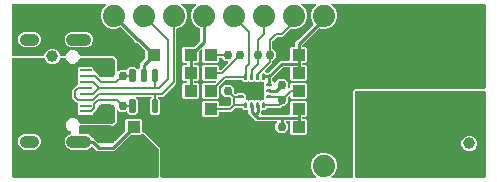
<source format=gbr>
G04 EAGLE Gerber RS-274X export*
G75*
%MOMM*%
%FSLAX34Y34*%
%LPD*%
%INGTL*%
%IPPOS*%
%AMOC8*
5,1,8,0,0,1.08239X$1,22.5*%
G01*
%ADD10C,0.198000*%
%ADD11R,1.450000X1.450000*%
%ADD12C,2.250000*%
%ADD13R,1.000000X0.280000*%
%ADD14R,1.000000X0.560000*%
%ADD15C,1.000000*%
%ADD16R,1.100000X1.000000*%
%ADD17C,0.363000*%
%ADD18C,1.879600*%
%ADD19C,1.000000*%
%ADD20C,0.756400*%
%ADD21C,0.254000*%
%ADD22C,0.152400*%

G36*
X267138Y-73521D02*
X267138Y-73521D01*
X267210Y-73519D01*
X267259Y-73501D01*
X267310Y-73493D01*
X267373Y-73459D01*
X267441Y-73434D01*
X267481Y-73402D01*
X267528Y-73377D01*
X267577Y-73325D01*
X267633Y-73281D01*
X267661Y-73237D01*
X267697Y-73199D01*
X267727Y-73134D01*
X267766Y-73074D01*
X267779Y-73023D01*
X267801Y-72976D01*
X267808Y-72905D01*
X267826Y-72835D01*
X267822Y-72783D01*
X267828Y-72732D01*
X267812Y-72661D01*
X267807Y-72590D01*
X267786Y-72542D01*
X267775Y-72491D01*
X267739Y-72430D01*
X267710Y-72364D01*
X267666Y-72308D01*
X267649Y-72280D01*
X267631Y-72265D01*
X267606Y-72233D01*
X265060Y-69687D01*
X263397Y-65673D01*
X263397Y-61327D01*
X265060Y-57313D01*
X268133Y-54240D01*
X272147Y-52577D01*
X276493Y-52577D01*
X280507Y-54240D01*
X283580Y-57313D01*
X285243Y-61327D01*
X285243Y-65673D01*
X283580Y-69687D01*
X281034Y-72233D01*
X280992Y-72291D01*
X280943Y-72343D01*
X280921Y-72390D01*
X280891Y-72432D01*
X280870Y-72501D01*
X280839Y-72566D01*
X280834Y-72618D01*
X280818Y-72668D01*
X280820Y-72739D01*
X280812Y-72810D01*
X280823Y-72861D01*
X280825Y-72913D01*
X280849Y-72981D01*
X280865Y-73051D01*
X280891Y-73096D01*
X280909Y-73144D01*
X280954Y-73200D01*
X280991Y-73262D01*
X281030Y-73296D01*
X281063Y-73336D01*
X281123Y-73375D01*
X281178Y-73422D01*
X281226Y-73441D01*
X281270Y-73469D01*
X281339Y-73487D01*
X281406Y-73514D01*
X281477Y-73522D01*
X281508Y-73530D01*
X281532Y-73528D01*
X281573Y-73532D01*
X298704Y-73532D01*
X298724Y-73529D01*
X298743Y-73531D01*
X298845Y-73509D01*
X298947Y-73493D01*
X298964Y-73483D01*
X298984Y-73479D01*
X299073Y-73426D01*
X299164Y-73377D01*
X299178Y-73363D01*
X299195Y-73353D01*
X299262Y-73274D01*
X299334Y-73199D01*
X299342Y-73181D01*
X299355Y-73166D01*
X299394Y-73070D01*
X299437Y-72976D01*
X299439Y-72956D01*
X299447Y-72938D01*
X299465Y-72771D01*
X299465Y-112D01*
X301102Y1525D01*
X410591Y1525D01*
X410611Y1528D01*
X410630Y1526D01*
X410732Y1548D01*
X410834Y1564D01*
X410851Y1574D01*
X410871Y1578D01*
X410960Y1631D01*
X411051Y1680D01*
X411065Y1694D01*
X411082Y1704D01*
X411149Y1783D01*
X411221Y1858D01*
X411229Y1876D01*
X411242Y1891D01*
X411281Y1987D01*
X411324Y2081D01*
X411326Y2101D01*
X411334Y2119D01*
X411352Y2286D01*
X411352Y72771D01*
X411349Y72791D01*
X411351Y72810D01*
X411329Y72912D01*
X411313Y73014D01*
X411303Y73031D01*
X411299Y73051D01*
X411246Y73140D01*
X411197Y73231D01*
X411183Y73245D01*
X411173Y73262D01*
X411094Y73329D01*
X411019Y73401D01*
X411001Y73409D01*
X410986Y73422D01*
X410890Y73461D01*
X410796Y73504D01*
X410776Y73506D01*
X410758Y73514D01*
X410591Y73532D01*
X281573Y73532D01*
X281502Y73521D01*
X281430Y73519D01*
X281381Y73501D01*
X281330Y73493D01*
X281267Y73459D01*
X281199Y73434D01*
X281159Y73402D01*
X281112Y73377D01*
X281063Y73325D01*
X281007Y73281D01*
X280979Y73237D01*
X280943Y73199D01*
X280913Y73134D01*
X280874Y73074D01*
X280861Y73023D01*
X280839Y72976D01*
X280832Y72905D01*
X280814Y72835D01*
X280818Y72783D01*
X280812Y72732D01*
X280828Y72661D01*
X280833Y72590D01*
X280854Y72542D01*
X280865Y72491D01*
X280901Y72430D01*
X280930Y72364D01*
X280974Y72308D01*
X280991Y72280D01*
X281009Y72265D01*
X281034Y72233D01*
X283580Y69687D01*
X285243Y65673D01*
X285243Y61327D01*
X283580Y57313D01*
X280507Y54240D01*
X276493Y52577D01*
X272147Y52577D01*
X271021Y53044D01*
X270907Y53071D01*
X270794Y53099D01*
X270787Y53099D01*
X270781Y53100D01*
X270665Y53089D01*
X270549Y53080D01*
X270543Y53078D01*
X270536Y53077D01*
X270429Y53029D01*
X270322Y52984D01*
X270316Y52979D01*
X270312Y52977D01*
X270298Y52964D01*
X270191Y52879D01*
X256138Y38825D01*
X256085Y38751D01*
X256025Y38682D01*
X256013Y38652D01*
X255994Y38626D01*
X255967Y38539D01*
X255933Y38454D01*
X255929Y38413D01*
X255922Y38391D01*
X255923Y38358D01*
X255915Y38287D01*
X255915Y37766D01*
X255918Y37746D01*
X255916Y37727D01*
X255938Y37625D01*
X255954Y37523D01*
X255964Y37506D01*
X255968Y37486D01*
X256021Y37397D01*
X256070Y37306D01*
X256084Y37292D01*
X256094Y37275D01*
X256173Y37208D01*
X256248Y37136D01*
X256266Y37128D01*
X256281Y37115D01*
X256377Y37076D01*
X256471Y37033D01*
X256491Y37031D01*
X256509Y37023D01*
X256676Y37005D01*
X259252Y37005D01*
X260145Y36112D01*
X260145Y24848D01*
X259252Y23955D01*
X256676Y23955D01*
X256656Y23952D01*
X256637Y23954D01*
X256535Y23932D01*
X256433Y23916D01*
X256416Y23906D01*
X256396Y23902D01*
X256307Y23849D01*
X256216Y23800D01*
X256202Y23786D01*
X256185Y23776D01*
X256118Y23697D01*
X256046Y23622D01*
X256038Y23604D01*
X256025Y23589D01*
X255986Y23493D01*
X255943Y23399D01*
X255941Y23379D01*
X255933Y23361D01*
X255915Y23194D01*
X255915Y22526D01*
X255918Y22506D01*
X255916Y22487D01*
X255938Y22385D01*
X255954Y22283D01*
X255964Y22266D01*
X255968Y22246D01*
X256021Y22157D01*
X256070Y22066D01*
X256084Y22052D01*
X256094Y22035D01*
X256173Y21968D01*
X256248Y21896D01*
X256266Y21888D01*
X256281Y21875D01*
X256377Y21836D01*
X256471Y21793D01*
X256491Y21791D01*
X256509Y21783D01*
X256676Y21765D01*
X259252Y21765D01*
X260145Y20872D01*
X260145Y9608D01*
X259252Y8715D01*
X246988Y8715D01*
X246095Y9608D01*
X246095Y19304D01*
X246092Y19324D01*
X246094Y19343D01*
X246072Y19445D01*
X246056Y19547D01*
X246046Y19564D01*
X246042Y19584D01*
X245989Y19673D01*
X245940Y19764D01*
X245926Y19778D01*
X245916Y19795D01*
X245837Y19862D01*
X245762Y19934D01*
X245744Y19942D01*
X245729Y19955D01*
X245633Y19994D01*
X245539Y20037D01*
X245519Y20039D01*
X245501Y20047D01*
X245334Y20065D01*
X240233Y20065D01*
X240143Y20051D01*
X240052Y20043D01*
X240022Y20031D01*
X239990Y20026D01*
X239910Y19983D01*
X239826Y19947D01*
X239794Y19921D01*
X239773Y19910D01*
X239751Y19887D01*
X239695Y19842D01*
X231068Y11215D01*
X231015Y11141D01*
X230955Y11072D01*
X230943Y11042D01*
X230924Y11016D01*
X230897Y10929D01*
X230863Y10844D01*
X230859Y10803D01*
X230852Y10781D01*
X230853Y10748D01*
X230845Y10677D01*
X230845Y8497D01*
X230859Y8407D01*
X230867Y8316D01*
X230879Y8286D01*
X230884Y8254D01*
X230927Y8173D01*
X230963Y8090D01*
X230989Y8057D01*
X231000Y8037D01*
X231023Y8015D01*
X231068Y7959D01*
X232154Y6873D01*
X232212Y6831D01*
X232264Y6781D01*
X232311Y6759D01*
X232353Y6729D01*
X232422Y6708D01*
X232487Y6678D01*
X232539Y6672D01*
X232589Y6657D01*
X232660Y6659D01*
X232731Y6651D01*
X232782Y6662D01*
X232834Y6663D01*
X232902Y6688D01*
X232972Y6703D01*
X233016Y6730D01*
X233065Y6748D01*
X233121Y6792D01*
X233183Y6829D01*
X233217Y6869D01*
X233257Y6901D01*
X233296Y6962D01*
X233343Y7016D01*
X233362Y7064D01*
X233390Y7108D01*
X233408Y7178D01*
X233435Y7244D01*
X233437Y7262D01*
X236562Y10387D01*
X240958Y10387D01*
X244067Y7278D01*
X244067Y2758D01*
X244078Y2688D01*
X244080Y2616D01*
X244098Y2567D01*
X244106Y2516D01*
X244140Y2452D01*
X244165Y2385D01*
X244197Y2344D01*
X244222Y2298D01*
X244273Y2249D01*
X244318Y2193D01*
X244362Y2165D01*
X244400Y2129D01*
X244465Y2099D01*
X244525Y2060D01*
X244576Y2047D01*
X244623Y2025D01*
X244694Y2017D01*
X244764Y2000D01*
X244816Y2004D01*
X244867Y1998D01*
X244938Y2013D01*
X245009Y2019D01*
X245057Y2039D01*
X245108Y2050D01*
X245169Y2087D01*
X245235Y2115D01*
X245291Y2160D01*
X245319Y2177D01*
X245334Y2194D01*
X245366Y2220D01*
X245451Y2305D01*
X245475Y2310D01*
X245577Y2326D01*
X245594Y2336D01*
X245614Y2340D01*
X245703Y2393D01*
X245794Y2442D01*
X245808Y2456D01*
X245825Y2466D01*
X245892Y2545D01*
X245964Y2620D01*
X245972Y2638D01*
X245985Y2653D01*
X246024Y2749D01*
X246067Y2843D01*
X246069Y2863D01*
X246077Y2881D01*
X246095Y3048D01*
X246095Y5632D01*
X246988Y6525D01*
X259252Y6525D01*
X260145Y5632D01*
X260145Y-5632D01*
X259252Y-6525D01*
X246988Y-6525D01*
X246095Y-5632D01*
X246095Y-5356D01*
X246084Y-5286D01*
X246082Y-5214D01*
X246064Y-5165D01*
X246056Y-5114D01*
X246022Y-5050D01*
X245997Y-4983D01*
X245965Y-4942D01*
X245940Y-4896D01*
X245889Y-4847D01*
X245844Y-4791D01*
X245800Y-4763D01*
X245762Y-4727D01*
X245697Y-4697D01*
X245637Y-4658D01*
X245586Y-4645D01*
X245539Y-4623D01*
X245468Y-4615D01*
X245398Y-4598D01*
X245346Y-4602D01*
X245295Y-4596D01*
X245224Y-4611D01*
X245153Y-4617D01*
X245105Y-4637D01*
X245054Y-4648D01*
X244993Y-4685D01*
X244927Y-4713D01*
X244871Y-4758D01*
X244843Y-4775D01*
X244828Y-4792D01*
X244796Y-4818D01*
X244290Y-5324D01*
X244237Y-5398D01*
X244177Y-5468D01*
X244165Y-5498D01*
X244146Y-5524D01*
X244119Y-5611D01*
X244085Y-5696D01*
X244081Y-5737D01*
X244074Y-5759D01*
X244075Y-5791D01*
X244067Y-5862D01*
X244067Y-9818D01*
X240958Y-12927D01*
X239542Y-12927D01*
X239452Y-12941D01*
X239361Y-12949D01*
X239332Y-12961D01*
X239300Y-12966D01*
X239219Y-13009D01*
X239135Y-13045D01*
X239103Y-13071D01*
X239082Y-13082D01*
X239060Y-13105D01*
X239004Y-13150D01*
X237717Y-14437D01*
X227186Y-14437D01*
X227166Y-14440D01*
X227147Y-14438D01*
X227045Y-14460D01*
X226943Y-14476D01*
X226926Y-14486D01*
X226906Y-14490D01*
X226817Y-14543D01*
X226726Y-14592D01*
X226712Y-14606D01*
X226695Y-14616D01*
X226628Y-14695D01*
X226556Y-14770D01*
X226548Y-14788D01*
X226535Y-14803D01*
X226496Y-14899D01*
X226453Y-14993D01*
X226451Y-15013D01*
X226443Y-15031D01*
X226437Y-15090D01*
X224952Y-16575D01*
X221956Y-16575D01*
X221936Y-16578D01*
X221917Y-16576D01*
X221815Y-16598D01*
X221713Y-16614D01*
X221696Y-16624D01*
X221676Y-16628D01*
X221587Y-16681D01*
X221496Y-16730D01*
X221482Y-16744D01*
X221465Y-16754D01*
X221398Y-16833D01*
X221326Y-16908D01*
X221318Y-16926D01*
X221305Y-16941D01*
X221266Y-17037D01*
X221223Y-17131D01*
X221221Y-17151D01*
X221213Y-17169D01*
X221195Y-17336D01*
X221195Y-19187D01*
X221191Y-19199D01*
X221193Y-19272D01*
X221185Y-19343D01*
X221196Y-19394D01*
X221197Y-19445D01*
X221222Y-19513D01*
X221237Y-19584D01*
X221263Y-19628D01*
X221281Y-19677D01*
X221326Y-19733D01*
X221363Y-19795D01*
X221402Y-19828D01*
X221434Y-19869D01*
X221495Y-19908D01*
X221550Y-19955D01*
X221598Y-19974D01*
X221641Y-20002D01*
X221711Y-20020D01*
X221778Y-20047D01*
X221849Y-20055D01*
X221880Y-20062D01*
X221903Y-20061D01*
X221945Y-20065D01*
X245334Y-20065D01*
X245354Y-20062D01*
X245373Y-20064D01*
X245475Y-20042D01*
X245577Y-20026D01*
X245594Y-20016D01*
X245614Y-20012D01*
X245703Y-19959D01*
X245794Y-19910D01*
X245808Y-19896D01*
X245825Y-19886D01*
X245892Y-19807D01*
X245964Y-19732D01*
X245972Y-19714D01*
X245985Y-19699D01*
X246024Y-19603D01*
X246067Y-19509D01*
X246069Y-19489D01*
X246077Y-19471D01*
X246095Y-19304D01*
X246095Y-9608D01*
X246988Y-8715D01*
X259252Y-8715D01*
X260145Y-9608D01*
X260145Y-20872D01*
X259252Y-21765D01*
X256676Y-21765D01*
X256656Y-21768D01*
X256637Y-21766D01*
X256535Y-21788D01*
X256433Y-21804D01*
X256416Y-21814D01*
X256396Y-21818D01*
X256307Y-21871D01*
X256216Y-21920D01*
X256202Y-21934D01*
X256185Y-21944D01*
X256118Y-22023D01*
X256046Y-22098D01*
X256038Y-22116D01*
X256025Y-22131D01*
X255986Y-22227D01*
X255943Y-22321D01*
X255941Y-22341D01*
X255933Y-22359D01*
X255915Y-22526D01*
X255915Y-23194D01*
X255918Y-23214D01*
X255916Y-23233D01*
X255938Y-23335D01*
X255954Y-23437D01*
X255964Y-23454D01*
X255968Y-23474D01*
X256021Y-23563D01*
X256070Y-23654D01*
X256084Y-23668D01*
X256094Y-23685D01*
X256173Y-23752D01*
X256248Y-23824D01*
X256266Y-23832D01*
X256281Y-23845D01*
X256377Y-23884D01*
X256471Y-23927D01*
X256491Y-23929D01*
X256509Y-23937D01*
X256676Y-23955D01*
X259252Y-23955D01*
X260145Y-24848D01*
X260145Y-36112D01*
X259252Y-37005D01*
X246988Y-37005D01*
X246095Y-36112D01*
X246095Y-26416D01*
X246092Y-26396D01*
X246094Y-26377D01*
X246072Y-26275D01*
X246056Y-26173D01*
X246046Y-26156D01*
X246042Y-26136D01*
X245989Y-26047D01*
X245940Y-25956D01*
X245926Y-25942D01*
X245916Y-25925D01*
X245837Y-25858D01*
X245762Y-25786D01*
X245744Y-25778D01*
X245729Y-25765D01*
X245633Y-25726D01*
X245539Y-25683D01*
X245519Y-25681D01*
X245501Y-25673D01*
X245334Y-25655D01*
X243277Y-25655D01*
X243207Y-25666D01*
X243135Y-25668D01*
X243086Y-25686D01*
X243035Y-25694D01*
X242971Y-25728D01*
X242904Y-25753D01*
X242863Y-25785D01*
X242817Y-25810D01*
X242768Y-25862D01*
X242712Y-25906D01*
X242684Y-25950D01*
X242648Y-25988D01*
X242618Y-26053D01*
X242579Y-26113D01*
X242566Y-26164D01*
X242544Y-26211D01*
X242536Y-26282D01*
X242519Y-26352D01*
X242523Y-26404D01*
X242517Y-26455D01*
X242532Y-26526D01*
X242538Y-26597D01*
X242558Y-26645D01*
X242569Y-26696D01*
X242606Y-26757D01*
X242634Y-26823D01*
X242679Y-26879D01*
X242696Y-26907D01*
X242713Y-26922D01*
X242739Y-26954D01*
X244067Y-28282D01*
X244067Y-32678D01*
X240958Y-35787D01*
X236562Y-35787D01*
X233453Y-32678D01*
X233453Y-28282D01*
X234781Y-26954D01*
X234823Y-26896D01*
X234872Y-26844D01*
X234894Y-26797D01*
X234924Y-26755D01*
X234946Y-26686D01*
X234976Y-26621D01*
X234981Y-26569D01*
X234997Y-26519D01*
X234995Y-26448D01*
X235003Y-26377D01*
X234992Y-26326D01*
X234990Y-26274D01*
X234966Y-26206D01*
X234951Y-26136D01*
X234924Y-26091D01*
X234906Y-26043D01*
X234861Y-25987D01*
X234824Y-25925D01*
X234785Y-25891D01*
X234752Y-25851D01*
X234692Y-25812D01*
X234637Y-25765D01*
X234589Y-25746D01*
X234545Y-25718D01*
X234476Y-25700D01*
X234409Y-25673D01*
X234338Y-25665D01*
X234307Y-25657D01*
X234284Y-25659D01*
X234243Y-25655D01*
X217282Y-25655D01*
X210605Y-18978D01*
X210605Y-17336D01*
X210602Y-17316D01*
X210604Y-17297D01*
X210582Y-17195D01*
X210566Y-17093D01*
X210556Y-17076D01*
X210552Y-17056D01*
X210499Y-16967D01*
X210450Y-16876D01*
X210436Y-16862D01*
X210426Y-16845D01*
X210347Y-16778D01*
X210272Y-16706D01*
X210254Y-16698D01*
X210239Y-16685D01*
X210143Y-16646D01*
X210049Y-16603D01*
X210029Y-16601D01*
X210011Y-16593D01*
X209844Y-16575D01*
X206848Y-16575D01*
X205358Y-15085D01*
X205352Y-15057D01*
X205336Y-14955D01*
X205326Y-14938D01*
X205322Y-14918D01*
X205269Y-14829D01*
X205220Y-14738D01*
X205206Y-14724D01*
X205196Y-14707D01*
X205117Y-14640D01*
X205042Y-14568D01*
X205024Y-14560D01*
X205009Y-14547D01*
X204913Y-14508D01*
X204819Y-14465D01*
X204799Y-14463D01*
X204781Y-14455D01*
X204614Y-14437D01*
X199383Y-14437D01*
X199292Y-14451D01*
X199202Y-14459D01*
X199172Y-14471D01*
X199140Y-14476D01*
X199059Y-14519D01*
X198975Y-14555D01*
X198943Y-14581D01*
X198922Y-14592D01*
X198900Y-14615D01*
X198844Y-14660D01*
X195977Y-17527D01*
X186466Y-17527D01*
X186446Y-17530D01*
X186427Y-17528D01*
X186325Y-17550D01*
X186223Y-17566D01*
X186206Y-17576D01*
X186186Y-17580D01*
X186097Y-17633D01*
X186006Y-17682D01*
X185992Y-17696D01*
X185975Y-17706D01*
X185908Y-17785D01*
X185836Y-17860D01*
X185828Y-17878D01*
X185815Y-17893D01*
X185776Y-17989D01*
X185733Y-18083D01*
X185731Y-18103D01*
X185723Y-18121D01*
X185705Y-18288D01*
X185705Y-20872D01*
X184812Y-21765D01*
X172548Y-21765D01*
X171655Y-20872D01*
X171655Y-9608D01*
X172548Y-8715D01*
X184812Y-8715D01*
X185705Y-9608D01*
X185705Y-12192D01*
X185708Y-12212D01*
X185706Y-12231D01*
X185728Y-12333D01*
X185744Y-12435D01*
X185754Y-12452D01*
X185758Y-12472D01*
X185811Y-12561D01*
X185860Y-12652D01*
X185874Y-12666D01*
X185884Y-12683D01*
X185963Y-12750D01*
X186038Y-12822D01*
X186056Y-12830D01*
X186071Y-12843D01*
X186167Y-12882D01*
X186261Y-12925D01*
X186281Y-12927D01*
X186299Y-12935D01*
X186466Y-12953D01*
X193767Y-12953D01*
X193858Y-12939D01*
X193948Y-12931D01*
X193978Y-12919D01*
X194010Y-12914D01*
X194091Y-12871D01*
X194175Y-12835D01*
X194207Y-12809D01*
X194228Y-12798D01*
X194250Y-12775D01*
X194306Y-12730D01*
X195610Y-11426D01*
X195663Y-11352D01*
X195723Y-11282D01*
X195735Y-11252D01*
X195754Y-11226D01*
X195781Y-11139D01*
X195815Y-11054D01*
X195819Y-11013D01*
X195826Y-10991D01*
X195825Y-10959D01*
X195833Y-10887D01*
X195833Y-6343D01*
X195819Y-6252D01*
X195811Y-6162D01*
X195799Y-6132D01*
X195794Y-6100D01*
X195751Y-6019D01*
X195715Y-5935D01*
X195689Y-5903D01*
X195678Y-5882D01*
X195655Y-5860D01*
X195610Y-5804D01*
X195336Y-5530D01*
X195262Y-5477D01*
X195192Y-5417D01*
X195162Y-5405D01*
X195136Y-5386D01*
X195049Y-5359D01*
X194964Y-5325D01*
X194923Y-5321D01*
X194901Y-5314D01*
X194869Y-5315D01*
X194797Y-5307D01*
X190842Y-5307D01*
X187733Y-2198D01*
X187733Y2198D01*
X190842Y5307D01*
X195238Y5307D01*
X198347Y2198D01*
X198347Y-1757D01*
X198361Y-1848D01*
X198369Y-1938D01*
X198381Y-1968D01*
X198386Y-2000D01*
X198429Y-2081D01*
X198465Y-2165D01*
X198491Y-2197D01*
X198502Y-2218D01*
X198525Y-2240D01*
X198570Y-2296D01*
X198764Y-2490D01*
X198838Y-2543D01*
X198908Y-2603D01*
X198938Y-2615D01*
X198964Y-2634D01*
X199051Y-2661D01*
X199136Y-2695D01*
X199177Y-2699D01*
X199199Y-2706D01*
X199231Y-2705D01*
X199303Y-2713D01*
X199745Y-2713D01*
X199835Y-2699D01*
X199926Y-2691D01*
X199956Y-2679D01*
X199988Y-2674D01*
X200068Y-2631D01*
X200152Y-2595D01*
X200184Y-2569D01*
X200205Y-2558D01*
X200227Y-2535D01*
X200283Y-2490D01*
X200798Y-1975D01*
X206702Y-1975D01*
X208175Y-3448D01*
X208175Y-6601D01*
X208157Y-6625D01*
X208136Y-6694D01*
X208106Y-6759D01*
X208100Y-6811D01*
X208085Y-6860D01*
X208087Y-6932D01*
X208079Y-7003D01*
X208090Y-7054D01*
X208091Y-7106D01*
X208116Y-7174D01*
X208131Y-7244D01*
X208158Y-7289D01*
X208175Y-7337D01*
X208220Y-7393D01*
X208257Y-7455D01*
X208297Y-7489D01*
X208329Y-7529D01*
X208389Y-7568D01*
X208444Y-7615D01*
X208492Y-7634D01*
X208536Y-7662D01*
X208605Y-7680D01*
X208672Y-7707D01*
X208743Y-7715D01*
X208775Y-7723D01*
X208798Y-7721D01*
X208839Y-7725D01*
X209952Y-7725D01*
X210362Y-8135D01*
X210378Y-8147D01*
X210390Y-8163D01*
X210477Y-8219D01*
X210561Y-8279D01*
X210580Y-8285D01*
X210597Y-8296D01*
X210698Y-8321D01*
X210797Y-8351D01*
X210816Y-8351D01*
X210836Y-8356D01*
X210939Y-8348D01*
X211042Y-8345D01*
X211061Y-8338D01*
X211081Y-8336D01*
X211176Y-8296D01*
X211273Y-8260D01*
X211289Y-8248D01*
X211307Y-8240D01*
X211438Y-8135D01*
X211848Y-7725D01*
X214952Y-7725D01*
X215362Y-8135D01*
X215378Y-8147D01*
X215390Y-8163D01*
X215477Y-8219D01*
X215561Y-8279D01*
X215580Y-8285D01*
X215597Y-8296D01*
X215698Y-8321D01*
X215797Y-8351D01*
X215816Y-8351D01*
X215836Y-8356D01*
X215939Y-8348D01*
X216042Y-8345D01*
X216061Y-8338D01*
X216081Y-8336D01*
X216176Y-8296D01*
X216273Y-8260D01*
X216289Y-8248D01*
X216307Y-8240D01*
X216438Y-8135D01*
X216848Y-7725D01*
X219952Y-7725D01*
X220362Y-8135D01*
X220378Y-8147D01*
X220390Y-8163D01*
X220477Y-8219D01*
X220561Y-8279D01*
X220580Y-8285D01*
X220597Y-8296D01*
X220698Y-8321D01*
X220797Y-8351D01*
X220816Y-8351D01*
X220836Y-8356D01*
X220939Y-8348D01*
X221042Y-8345D01*
X221061Y-8338D01*
X221081Y-8336D01*
X221176Y-8296D01*
X221273Y-8260D01*
X221289Y-8248D01*
X221307Y-8240D01*
X221438Y-8135D01*
X221848Y-7725D01*
X222961Y-7725D01*
X223032Y-7714D01*
X223104Y-7712D01*
X223153Y-7694D01*
X223204Y-7686D01*
X223267Y-7652D01*
X223335Y-7627D01*
X223375Y-7595D01*
X223421Y-7570D01*
X223471Y-7518D01*
X223527Y-7474D01*
X223555Y-7430D01*
X223591Y-7392D01*
X223621Y-7327D01*
X223660Y-7267D01*
X223672Y-7216D01*
X223694Y-7169D01*
X223702Y-7098D01*
X223720Y-7028D01*
X223716Y-6976D01*
X223721Y-6925D01*
X223706Y-6854D01*
X223700Y-6783D01*
X223680Y-6735D01*
X223669Y-6684D01*
X223632Y-6623D01*
X223625Y-6606D01*
X223625Y-3448D01*
X224035Y-3038D01*
X224047Y-3022D01*
X224063Y-3010D01*
X224119Y-2923D01*
X224179Y-2839D01*
X224185Y-2820D01*
X224196Y-2803D01*
X224221Y-2702D01*
X224251Y-2603D01*
X224251Y-2584D01*
X224256Y-2564D01*
X224248Y-2461D01*
X224245Y-2358D01*
X224238Y-2339D01*
X224236Y-2319D01*
X224196Y-2224D01*
X224160Y-2127D01*
X224148Y-2111D01*
X224140Y-2093D01*
X224035Y-1962D01*
X223625Y-1552D01*
X223625Y1552D01*
X224035Y1962D01*
X224047Y1978D01*
X224063Y1990D01*
X224119Y2077D01*
X224179Y2161D01*
X224185Y2180D01*
X224196Y2197D01*
X224221Y2298D01*
X224251Y2397D01*
X224251Y2416D01*
X224256Y2436D01*
X224248Y2539D01*
X224245Y2642D01*
X224238Y2661D01*
X224236Y2681D01*
X224196Y2776D01*
X224160Y2873D01*
X224148Y2889D01*
X224140Y2907D01*
X224035Y3038D01*
X223625Y3448D01*
X223625Y6601D01*
X223643Y6625D01*
X223664Y6694D01*
X223694Y6759D01*
X223700Y6811D01*
X223715Y6860D01*
X223713Y6932D01*
X223721Y7003D01*
X223710Y7054D01*
X223709Y7106D01*
X223684Y7174D01*
X223669Y7244D01*
X223642Y7289D01*
X223625Y7337D01*
X223580Y7393D01*
X223543Y7455D01*
X223503Y7489D01*
X223471Y7529D01*
X223411Y7568D01*
X223356Y7615D01*
X223308Y7634D01*
X223264Y7662D01*
X223195Y7680D01*
X223128Y7707D01*
X223057Y7715D01*
X223025Y7723D01*
X223002Y7721D01*
X222961Y7725D01*
X221848Y7725D01*
X221438Y8135D01*
X221422Y8147D01*
X221410Y8163D01*
X221323Y8219D01*
X221239Y8279D01*
X221220Y8285D01*
X221203Y8296D01*
X221102Y8321D01*
X221003Y8351D01*
X220984Y8351D01*
X220964Y8356D01*
X220861Y8348D01*
X220758Y8345D01*
X220739Y8338D01*
X220719Y8336D01*
X220624Y8296D01*
X220527Y8260D01*
X220511Y8248D01*
X220493Y8240D01*
X220362Y8135D01*
X219952Y7725D01*
X216848Y7725D01*
X216438Y8135D01*
X216422Y8147D01*
X216410Y8163D01*
X216323Y8219D01*
X216239Y8279D01*
X216220Y8285D01*
X216203Y8296D01*
X216102Y8321D01*
X216003Y8351D01*
X215984Y8351D01*
X215964Y8356D01*
X215861Y8348D01*
X215758Y8345D01*
X215739Y8338D01*
X215719Y8336D01*
X215624Y8296D01*
X215527Y8260D01*
X215511Y8248D01*
X215493Y8240D01*
X215362Y8135D01*
X214952Y7725D01*
X211848Y7725D01*
X211438Y8135D01*
X211422Y8147D01*
X211410Y8163D01*
X211323Y8219D01*
X211239Y8279D01*
X211220Y8285D01*
X211203Y8296D01*
X211102Y8321D01*
X211003Y8351D01*
X210984Y8351D01*
X210964Y8356D01*
X210861Y8348D01*
X210758Y8345D01*
X210739Y8338D01*
X210719Y8336D01*
X210624Y8296D01*
X210527Y8260D01*
X210511Y8248D01*
X210493Y8240D01*
X210362Y8135D01*
X209952Y7725D01*
X206848Y7725D01*
X205263Y9310D01*
X205189Y9363D01*
X205120Y9423D01*
X205090Y9435D01*
X205064Y9454D01*
X204977Y9481D01*
X204892Y9515D01*
X204851Y9519D01*
X204829Y9526D01*
X204796Y9525D01*
X204725Y9533D01*
X191762Y9533D01*
X191672Y9519D01*
X191581Y9511D01*
X191552Y9499D01*
X191520Y9494D01*
X191439Y9451D01*
X191355Y9415D01*
X191323Y9389D01*
X191302Y9378D01*
X191280Y9355D01*
X191224Y9310D01*
X185928Y4014D01*
X185875Y3940D01*
X185815Y3870D01*
X185803Y3840D01*
X185784Y3814D01*
X185757Y3727D01*
X185723Y3642D01*
X185719Y3601D01*
X185712Y3579D01*
X185713Y3547D01*
X185705Y3476D01*
X185705Y-5632D01*
X184812Y-6525D01*
X172548Y-6525D01*
X171655Y-5632D01*
X171655Y5632D01*
X172548Y6525D01*
X181656Y6525D01*
X181746Y6539D01*
X181837Y6547D01*
X181866Y6559D01*
X181898Y6564D01*
X181979Y6607D01*
X182063Y6643D01*
X182095Y6669D01*
X182116Y6680D01*
X182138Y6703D01*
X182194Y6748D01*
X182862Y7416D01*
X182904Y7474D01*
X182953Y7526D01*
X182975Y7573D01*
X183005Y7615D01*
X183026Y7684D01*
X183057Y7749D01*
X183062Y7801D01*
X183078Y7851D01*
X183076Y7922D01*
X183084Y7993D01*
X183073Y8044D01*
X183071Y8096D01*
X183047Y8164D01*
X183032Y8234D01*
X183005Y8278D01*
X182987Y8327D01*
X182942Y8383D01*
X182905Y8445D01*
X182866Y8479D01*
X182833Y8519D01*
X182773Y8558D01*
X182718Y8605D01*
X182670Y8624D01*
X182626Y8652D01*
X182557Y8670D01*
X182490Y8697D01*
X182419Y8705D01*
X182388Y8713D01*
X182364Y8711D01*
X182324Y8715D01*
X172548Y8715D01*
X171655Y9608D01*
X171655Y20872D01*
X172548Y21765D01*
X184812Y21765D01*
X185705Y20872D01*
X185705Y18288D01*
X185708Y18268D01*
X185706Y18249D01*
X185728Y18147D01*
X185744Y18045D01*
X185754Y18028D01*
X185758Y18008D01*
X185811Y17919D01*
X185860Y17828D01*
X185874Y17814D01*
X185884Y17797D01*
X185963Y17730D01*
X186038Y17658D01*
X186056Y17650D01*
X186071Y17637D01*
X186167Y17598D01*
X186261Y17555D01*
X186281Y17553D01*
X186299Y17545D01*
X186466Y17527D01*
X186697Y17527D01*
X186788Y17541D01*
X186878Y17549D01*
X186908Y17561D01*
X186940Y17566D01*
X187021Y17609D01*
X187105Y17645D01*
X187137Y17671D01*
X187158Y17682D01*
X187180Y17705D01*
X187236Y17750D01*
X193360Y23874D01*
X193402Y23932D01*
X193451Y23984D01*
X193473Y24031D01*
X193503Y24073D01*
X193524Y24142D01*
X193555Y24207D01*
X193560Y24259D01*
X193576Y24309D01*
X193574Y24380D01*
X193582Y24451D01*
X193571Y24502D01*
X193569Y24554D01*
X193545Y24622D01*
X193530Y24692D01*
X193503Y24737D01*
X193485Y24785D01*
X193440Y24841D01*
X193403Y24903D01*
X193364Y24937D01*
X193331Y24977D01*
X193271Y25016D01*
X193216Y25063D01*
X193168Y25082D01*
X193124Y25110D01*
X193055Y25128D01*
X192988Y25155D01*
X192917Y25163D01*
X192886Y25171D01*
X192862Y25169D01*
X192822Y25173D01*
X190842Y25173D01*
X188045Y27970D01*
X187971Y28023D01*
X187901Y28083D01*
X187871Y28095D01*
X187845Y28114D01*
X187758Y28141D01*
X187673Y28175D01*
X187632Y28179D01*
X187610Y28186D01*
X187578Y28185D01*
X187507Y28193D01*
X186466Y28193D01*
X186446Y28190D01*
X186427Y28192D01*
X186325Y28170D01*
X186223Y28154D01*
X186206Y28144D01*
X186186Y28140D01*
X186097Y28087D01*
X186006Y28038D01*
X185992Y28024D01*
X185975Y28014D01*
X185908Y27935D01*
X185836Y27860D01*
X185828Y27842D01*
X185815Y27827D01*
X185776Y27731D01*
X185733Y27637D01*
X185731Y27617D01*
X185723Y27599D01*
X185705Y27432D01*
X185705Y24848D01*
X184812Y23955D01*
X172548Y23955D01*
X171655Y24848D01*
X171655Y34665D01*
X171644Y34736D01*
X171642Y34808D01*
X171624Y34857D01*
X171616Y34908D01*
X171582Y34971D01*
X171557Y35039D01*
X171525Y35079D01*
X171500Y35125D01*
X171449Y35175D01*
X171404Y35231D01*
X171360Y35259D01*
X171322Y35295D01*
X171257Y35325D01*
X171197Y35364D01*
X171146Y35376D01*
X171099Y35398D01*
X171028Y35406D01*
X170958Y35424D01*
X170906Y35420D01*
X170855Y35425D01*
X170784Y35410D01*
X170713Y35405D01*
X170665Y35384D01*
X170614Y35373D01*
X170553Y35336D01*
X170487Y35308D01*
X170431Y35263D01*
X170403Y35247D01*
X170388Y35229D01*
X170356Y35203D01*
X168928Y33775D01*
X168875Y33701D01*
X168815Y33632D01*
X168803Y33602D01*
X168784Y33576D01*
X168757Y33489D01*
X168723Y33404D01*
X168719Y33363D01*
X168712Y33341D01*
X168713Y33308D01*
X168705Y33237D01*
X168705Y24848D01*
X167812Y23955D01*
X165236Y23955D01*
X165216Y23952D01*
X165197Y23954D01*
X165095Y23932D01*
X164993Y23916D01*
X164976Y23906D01*
X164956Y23902D01*
X164867Y23849D01*
X164776Y23800D01*
X164762Y23786D01*
X164745Y23776D01*
X164678Y23697D01*
X164606Y23622D01*
X164598Y23604D01*
X164585Y23589D01*
X164546Y23493D01*
X164503Y23399D01*
X164501Y23379D01*
X164493Y23361D01*
X164475Y23194D01*
X164475Y22526D01*
X164478Y22506D01*
X164476Y22487D01*
X164498Y22385D01*
X164514Y22283D01*
X164524Y22266D01*
X164528Y22246D01*
X164581Y22157D01*
X164630Y22066D01*
X164644Y22052D01*
X164654Y22035D01*
X164733Y21968D01*
X164808Y21896D01*
X164826Y21888D01*
X164841Y21875D01*
X164937Y21836D01*
X165031Y21793D01*
X165051Y21791D01*
X165069Y21783D01*
X165236Y21765D01*
X167812Y21765D01*
X168705Y20872D01*
X168705Y9608D01*
X167812Y8715D01*
X165236Y8715D01*
X165216Y8712D01*
X165197Y8714D01*
X165095Y8692D01*
X164993Y8676D01*
X164976Y8666D01*
X164956Y8662D01*
X164867Y8609D01*
X164776Y8560D01*
X164762Y8546D01*
X164745Y8536D01*
X164678Y8457D01*
X164606Y8382D01*
X164598Y8364D01*
X164585Y8349D01*
X164546Y8253D01*
X164503Y8159D01*
X164501Y8139D01*
X164493Y8121D01*
X164475Y7954D01*
X164475Y7286D01*
X164478Y7266D01*
X164476Y7247D01*
X164498Y7145D01*
X164514Y7043D01*
X164524Y7026D01*
X164528Y7006D01*
X164581Y6917D01*
X164630Y6826D01*
X164644Y6812D01*
X164654Y6795D01*
X164733Y6728D01*
X164808Y6656D01*
X164826Y6648D01*
X164841Y6635D01*
X164937Y6596D01*
X165031Y6553D01*
X165051Y6551D01*
X165069Y6543D01*
X165236Y6525D01*
X167812Y6525D01*
X168705Y5632D01*
X168705Y-5632D01*
X167812Y-6525D01*
X155548Y-6525D01*
X154655Y-5632D01*
X154655Y5632D01*
X155548Y6525D01*
X158124Y6525D01*
X158144Y6528D01*
X158163Y6526D01*
X158265Y6548D01*
X158367Y6564D01*
X158384Y6574D01*
X158404Y6578D01*
X158493Y6631D01*
X158584Y6680D01*
X158598Y6694D01*
X158615Y6704D01*
X158682Y6783D01*
X158754Y6858D01*
X158762Y6876D01*
X158775Y6891D01*
X158814Y6987D01*
X158857Y7081D01*
X158859Y7101D01*
X158867Y7119D01*
X158885Y7286D01*
X158885Y7954D01*
X158884Y7961D01*
X158884Y7963D01*
X158882Y7974D01*
X158884Y7993D01*
X158862Y8095D01*
X158846Y8197D01*
X158836Y8214D01*
X158832Y8234D01*
X158779Y8323D01*
X158730Y8414D01*
X158716Y8428D01*
X158706Y8445D01*
X158627Y8512D01*
X158552Y8584D01*
X158534Y8592D01*
X158519Y8605D01*
X158423Y8644D01*
X158329Y8687D01*
X158309Y8689D01*
X158291Y8697D01*
X158124Y8715D01*
X155548Y8715D01*
X154655Y9608D01*
X154655Y20872D01*
X155548Y21765D01*
X158124Y21765D01*
X158144Y21768D01*
X158163Y21766D01*
X158265Y21788D01*
X158367Y21804D01*
X158384Y21814D01*
X158404Y21818D01*
X158493Y21871D01*
X158584Y21920D01*
X158598Y21934D01*
X158615Y21944D01*
X158682Y22023D01*
X158754Y22098D01*
X158762Y22116D01*
X158775Y22131D01*
X158814Y22227D01*
X158857Y22321D01*
X158859Y22341D01*
X158867Y22359D01*
X158885Y22526D01*
X158885Y23194D01*
X158882Y23214D01*
X158884Y23233D01*
X158862Y23335D01*
X158846Y23437D01*
X158836Y23454D01*
X158832Y23474D01*
X158779Y23563D01*
X158730Y23654D01*
X158716Y23668D01*
X158706Y23685D01*
X158627Y23752D01*
X158552Y23824D01*
X158534Y23832D01*
X158519Y23845D01*
X158423Y23884D01*
X158329Y23927D01*
X158309Y23929D01*
X158291Y23937D01*
X158124Y23955D01*
X155548Y23955D01*
X154655Y24848D01*
X154655Y36112D01*
X155548Y37005D01*
X163937Y37005D01*
X164027Y37019D01*
X164118Y37027D01*
X164148Y37039D01*
X164180Y37044D01*
X164261Y37087D01*
X164344Y37123D01*
X164377Y37149D01*
X164397Y37160D01*
X164419Y37183D01*
X164475Y37228D01*
X169702Y42455D01*
X169755Y42529D01*
X169815Y42598D01*
X169827Y42628D01*
X169846Y42654D01*
X169873Y42741D01*
X169907Y42826D01*
X169911Y42867D01*
X169918Y42889D01*
X169917Y42922D01*
X169925Y42993D01*
X169925Y52326D01*
X169906Y52441D01*
X169889Y52557D01*
X169887Y52563D01*
X169886Y52569D01*
X169831Y52672D01*
X169778Y52776D01*
X169773Y52781D01*
X169770Y52786D01*
X169686Y52866D01*
X169602Y52949D01*
X169596Y52952D01*
X169592Y52956D01*
X169575Y52964D01*
X169455Y53030D01*
X166533Y54240D01*
X163460Y57313D01*
X161797Y61327D01*
X161797Y65673D01*
X163460Y69687D01*
X166006Y72233D01*
X166048Y72291D01*
X166097Y72343D01*
X166119Y72390D01*
X166149Y72432D01*
X166170Y72501D01*
X166201Y72566D01*
X166206Y72618D01*
X166222Y72668D01*
X166220Y72739D01*
X166228Y72810D01*
X166217Y72861D01*
X166215Y72913D01*
X166191Y72981D01*
X166175Y73051D01*
X166149Y73096D01*
X166131Y73144D01*
X166086Y73200D01*
X166049Y73262D01*
X166010Y73296D01*
X165977Y73336D01*
X165917Y73375D01*
X165862Y73422D01*
X165814Y73441D01*
X165770Y73469D01*
X165701Y73487D01*
X165634Y73514D01*
X165563Y73522D01*
X165532Y73530D01*
X165508Y73528D01*
X165467Y73532D01*
X154573Y73532D01*
X154502Y73521D01*
X154430Y73519D01*
X154381Y73501D01*
X154330Y73493D01*
X154267Y73459D01*
X154199Y73434D01*
X154159Y73402D01*
X154112Y73377D01*
X154063Y73325D01*
X154007Y73281D01*
X153979Y73237D01*
X153943Y73199D01*
X153913Y73134D01*
X153874Y73074D01*
X153861Y73023D01*
X153839Y72976D01*
X153832Y72905D01*
X153814Y72835D01*
X153818Y72783D01*
X153812Y72732D01*
X153828Y72661D01*
X153833Y72590D01*
X153854Y72542D01*
X153865Y72491D01*
X153901Y72430D01*
X153930Y72364D01*
X153974Y72308D01*
X153991Y72280D01*
X154009Y72265D01*
X154034Y72233D01*
X156580Y69687D01*
X158243Y65673D01*
X158243Y61327D01*
X156580Y57313D01*
X153507Y54240D01*
X150077Y52819D01*
X149977Y52758D01*
X149877Y52698D01*
X149873Y52693D01*
X149868Y52690D01*
X149793Y52600D01*
X149717Y52511D01*
X149715Y52505D01*
X149711Y52500D01*
X149669Y52392D01*
X149625Y52283D01*
X149624Y52275D01*
X149623Y52270D01*
X149622Y52252D01*
X149607Y52116D01*
X149607Y6673D01*
X148044Y5110D01*
X139670Y-3264D01*
X138107Y-4827D01*
X134927Y-4827D01*
X134856Y-4838D01*
X134784Y-4840D01*
X134735Y-4858D01*
X134684Y-4866D01*
X134621Y-4900D01*
X134553Y-4925D01*
X134513Y-4957D01*
X134467Y-4982D01*
X134417Y-5034D01*
X134361Y-5078D01*
X134333Y-5122D01*
X134297Y-5160D01*
X134267Y-5225D01*
X134228Y-5285D01*
X134215Y-5336D01*
X134194Y-5383D01*
X134186Y-5454D01*
X134168Y-5524D01*
X134172Y-5576D01*
X134166Y-5627D01*
X134182Y-5698D01*
X134187Y-5769D01*
X134208Y-5817D01*
X134219Y-5868D01*
X134255Y-5929D01*
X134284Y-5995D01*
X134328Y-6051D01*
X134345Y-6079D01*
X134363Y-6094D01*
X134388Y-6126D01*
X135695Y-7433D01*
X135695Y-18569D01*
X133738Y-20526D01*
X129102Y-20526D01*
X127145Y-18569D01*
X127145Y-7433D01*
X128452Y-6126D01*
X128493Y-6068D01*
X128543Y-6016D01*
X128565Y-5969D01*
X128595Y-5927D01*
X128616Y-5858D01*
X128646Y-5793D01*
X128652Y-5741D01*
X128668Y-5691D01*
X128666Y-5620D01*
X128674Y-5549D01*
X128663Y-5498D01*
X128661Y-5446D01*
X128637Y-5378D01*
X128621Y-5308D01*
X128595Y-5263D01*
X128577Y-5215D01*
X128532Y-5159D01*
X128495Y-5097D01*
X128456Y-5063D01*
X128423Y-5023D01*
X128363Y-4984D01*
X128308Y-4937D01*
X128260Y-4918D01*
X128216Y-4890D01*
X128147Y-4872D01*
X128080Y-4845D01*
X128009Y-4837D01*
X127978Y-4829D01*
X127954Y-4831D01*
X127913Y-4827D01*
X115927Y-4827D01*
X115856Y-4838D01*
X115784Y-4840D01*
X115735Y-4858D01*
X115684Y-4866D01*
X115621Y-4900D01*
X115553Y-4925D01*
X115513Y-4957D01*
X115467Y-4982D01*
X115417Y-5034D01*
X115361Y-5078D01*
X115333Y-5122D01*
X115297Y-5160D01*
X115267Y-5225D01*
X115228Y-5285D01*
X115215Y-5336D01*
X115194Y-5383D01*
X115186Y-5454D01*
X115168Y-5524D01*
X115172Y-5576D01*
X115166Y-5627D01*
X115182Y-5698D01*
X115187Y-5769D01*
X115208Y-5817D01*
X115219Y-5868D01*
X115255Y-5929D01*
X115284Y-5995D01*
X115328Y-6051D01*
X115345Y-6079D01*
X115363Y-6094D01*
X115388Y-6126D01*
X116695Y-7433D01*
X116695Y-18569D01*
X114738Y-20526D01*
X110102Y-20526D01*
X108145Y-18569D01*
X108145Y-18037D01*
X108134Y-17967D01*
X108132Y-17895D01*
X108114Y-17846D01*
X108106Y-17795D01*
X108072Y-17731D01*
X108047Y-17664D01*
X108015Y-17623D01*
X107990Y-17577D01*
X107938Y-17528D01*
X107894Y-17472D01*
X107850Y-17444D01*
X107812Y-17408D01*
X107747Y-17378D01*
X107687Y-17339D01*
X107636Y-17326D01*
X107589Y-17304D01*
X107518Y-17296D01*
X107448Y-17279D01*
X107396Y-17283D01*
X107345Y-17277D01*
X107274Y-17292D01*
X107203Y-17298D01*
X107155Y-17318D01*
X107104Y-17329D01*
X107043Y-17366D01*
X106977Y-17394D01*
X106921Y-17439D01*
X106893Y-17456D01*
X106878Y-17473D01*
X106846Y-17499D01*
X106338Y-18007D01*
X101942Y-18007D01*
X100614Y-16679D01*
X100556Y-16637D01*
X100504Y-16588D01*
X100457Y-16566D01*
X100415Y-16536D01*
X100346Y-16514D01*
X100281Y-16484D01*
X100229Y-16479D01*
X100179Y-16463D01*
X100108Y-16465D01*
X100037Y-16457D01*
X99986Y-16468D01*
X99934Y-16470D01*
X99866Y-16494D01*
X99796Y-16509D01*
X99751Y-16536D01*
X99703Y-16554D01*
X99647Y-16599D01*
X99585Y-16636D01*
X99551Y-16675D01*
X99511Y-16708D01*
X99472Y-16768D01*
X99425Y-16823D01*
X99406Y-16871D01*
X99378Y-16915D01*
X99360Y-16984D01*
X99333Y-17051D01*
X99325Y-17122D01*
X99317Y-17153D01*
X99319Y-17176D01*
X99315Y-17217D01*
X99315Y-26558D01*
X95584Y-30289D01*
X94878Y-29583D01*
X94799Y-29522D01*
X94727Y-29454D01*
X94674Y-29425D01*
X94626Y-29388D01*
X94535Y-29348D01*
X94449Y-29300D01*
X94390Y-29285D01*
X94334Y-29261D01*
X94236Y-29246D01*
X94141Y-29221D01*
X94041Y-29215D01*
X94020Y-29211D01*
X94008Y-29213D01*
X93980Y-29211D01*
X68737Y-29211D01*
X68708Y-29214D01*
X68678Y-29212D01*
X68551Y-29234D01*
X68422Y-29251D01*
X68394Y-29262D01*
X68365Y-29267D01*
X68247Y-29320D01*
X68126Y-29368D01*
X68102Y-29385D01*
X68075Y-29397D01*
X67974Y-29478D01*
X67869Y-29554D01*
X67850Y-29577D01*
X67827Y-29596D01*
X67749Y-29700D01*
X67666Y-29799D01*
X67653Y-29826D01*
X67635Y-29850D01*
X67565Y-29994D01*
X67407Y-30374D01*
X67405Y-30383D01*
X67400Y-30391D01*
X67363Y-30536D01*
X67323Y-30681D01*
X67323Y-30690D01*
X67321Y-30699D01*
X67311Y-30860D01*
X67311Y-35406D01*
X67326Y-35525D01*
X67333Y-35643D01*
X67346Y-35681D01*
X67351Y-35722D01*
X67394Y-35832D01*
X67431Y-35945D01*
X67453Y-35980D01*
X67468Y-36017D01*
X67538Y-36113D01*
X67601Y-36214D01*
X67631Y-36242D01*
X67654Y-36275D01*
X67746Y-36351D01*
X67833Y-36432D01*
X67868Y-36452D01*
X67899Y-36477D01*
X68007Y-36528D01*
X68111Y-36586D01*
X68151Y-36596D01*
X68187Y-36613D01*
X68304Y-36635D01*
X68419Y-36665D01*
X68480Y-36669D01*
X68500Y-36673D01*
X68520Y-36671D01*
X68580Y-36675D01*
X73848Y-36675D01*
X73986Y-36733D01*
X73995Y-36735D01*
X74003Y-36740D01*
X74148Y-36777D01*
X74293Y-36817D01*
X74302Y-36817D01*
X74311Y-36819D01*
X74472Y-36829D01*
X75674Y-36829D01*
X78879Y-40034D01*
X78957Y-40094D01*
X79029Y-40162D01*
X79082Y-40191D01*
X79130Y-40228D01*
X79221Y-40268D01*
X79307Y-40316D01*
X79366Y-40331D01*
X79422Y-40355D01*
X79520Y-40370D01*
X79615Y-40395D01*
X79715Y-40401D01*
X79736Y-40405D01*
X79748Y-40403D01*
X79776Y-40405D01*
X79918Y-40405D01*
X83590Y-44078D01*
X83668Y-44138D01*
X83740Y-44206D01*
X83793Y-44235D01*
X83841Y-44272D01*
X83932Y-44312D01*
X84019Y-44360D01*
X84077Y-44375D01*
X84133Y-44399D01*
X84231Y-44414D01*
X84327Y-44439D01*
X84427Y-44445D01*
X84447Y-44449D01*
X84459Y-44447D01*
X84487Y-44449D01*
X93980Y-44449D01*
X94078Y-44437D01*
X94177Y-44434D01*
X94235Y-44417D01*
X94296Y-44409D01*
X94388Y-44373D01*
X94483Y-44345D01*
X94535Y-44315D01*
X94591Y-44292D01*
X94671Y-44234D01*
X94757Y-44184D01*
X94832Y-44118D01*
X94849Y-44106D01*
X94856Y-44096D01*
X94878Y-44078D01*
X96030Y-42925D01*
X96727Y-42925D01*
X96817Y-42911D01*
X96908Y-42903D01*
X96938Y-42891D01*
X96970Y-42886D01*
X97050Y-42843D01*
X97134Y-42807D01*
X97166Y-42781D01*
X97187Y-42770D01*
X97209Y-42747D01*
X97265Y-42702D01*
X106172Y-33795D01*
X106225Y-33721D01*
X106285Y-33652D01*
X106297Y-33622D01*
X106316Y-33595D01*
X106343Y-33509D01*
X106377Y-33424D01*
X106381Y-33383D01*
X106388Y-33360D01*
X106387Y-33328D01*
X106395Y-33257D01*
X106395Y-24848D01*
X107288Y-23955D01*
X119552Y-23955D01*
X120445Y-24848D01*
X120445Y-34544D01*
X120448Y-34564D01*
X120446Y-34583D01*
X120468Y-34685D01*
X120484Y-34787D01*
X120494Y-34804D01*
X120498Y-34824D01*
X120551Y-34913D01*
X120600Y-35004D01*
X120614Y-35018D01*
X120624Y-35035D01*
X120703Y-35102D01*
X120778Y-35174D01*
X120796Y-35182D01*
X120811Y-35195D01*
X120907Y-35234D01*
X121001Y-35277D01*
X121021Y-35279D01*
X121039Y-35287D01*
X121206Y-35305D01*
X123078Y-35305D01*
X136145Y-48372D01*
X136145Y-72771D01*
X136148Y-72791D01*
X136146Y-72810D01*
X136168Y-72912D01*
X136184Y-73014D01*
X136194Y-73031D01*
X136198Y-73051D01*
X136251Y-73140D01*
X136300Y-73231D01*
X136314Y-73245D01*
X136324Y-73262D01*
X136403Y-73329D01*
X136478Y-73401D01*
X136496Y-73409D01*
X136511Y-73422D01*
X136607Y-73461D01*
X136701Y-73504D01*
X136721Y-73506D01*
X136739Y-73514D01*
X136906Y-73532D01*
X267067Y-73532D01*
X267138Y-73521D01*
G37*
G36*
X410201Y-73517D02*
X410201Y-73517D01*
X410320Y-73510D01*
X410358Y-73497D01*
X410399Y-73492D01*
X410509Y-73449D01*
X410622Y-73412D01*
X410657Y-73390D01*
X410694Y-73375D01*
X410790Y-73306D01*
X410891Y-73242D01*
X410919Y-73212D01*
X410952Y-73189D01*
X411028Y-73097D01*
X411109Y-73010D01*
X411129Y-72975D01*
X411154Y-72944D01*
X411205Y-72836D01*
X411263Y-72732D01*
X411273Y-72692D01*
X411290Y-72656D01*
X411312Y-72539D01*
X411342Y-72424D01*
X411346Y-72364D01*
X411350Y-72344D01*
X411348Y-72323D01*
X411352Y-72263D01*
X411352Y-1270D01*
X411337Y-1152D01*
X411330Y-1033D01*
X411317Y-995D01*
X411312Y-954D01*
X411269Y-844D01*
X411232Y-731D01*
X411210Y-696D01*
X411195Y-659D01*
X411126Y-563D01*
X411062Y-462D01*
X411032Y-434D01*
X411009Y-401D01*
X410917Y-326D01*
X410830Y-244D01*
X410795Y-224D01*
X410764Y-199D01*
X410656Y-148D01*
X410552Y-90D01*
X410512Y-80D01*
X410476Y-63D01*
X410359Y-41D01*
X410244Y-11D01*
X410184Y-7D01*
X410164Y-3D01*
X410143Y-5D01*
X410083Y-1D01*
X302260Y-1D01*
X302142Y-16D01*
X302023Y-23D01*
X301985Y-36D01*
X301944Y-41D01*
X301834Y-84D01*
X301721Y-121D01*
X301686Y-143D01*
X301649Y-158D01*
X301553Y-228D01*
X301452Y-291D01*
X301424Y-321D01*
X301391Y-344D01*
X301316Y-436D01*
X301234Y-523D01*
X301214Y-558D01*
X301189Y-589D01*
X301138Y-697D01*
X301080Y-801D01*
X301070Y-841D01*
X301053Y-877D01*
X301031Y-994D01*
X301001Y-1109D01*
X300997Y-1170D01*
X300993Y-1190D01*
X300995Y-1210D01*
X300991Y-1270D01*
X300991Y-72263D01*
X301006Y-72381D01*
X301013Y-72500D01*
X301026Y-72538D01*
X301031Y-72579D01*
X301074Y-72689D01*
X301111Y-72802D01*
X301133Y-72837D01*
X301148Y-72874D01*
X301218Y-72970D01*
X301281Y-73071D01*
X301311Y-73099D01*
X301334Y-73132D01*
X301426Y-73208D01*
X301513Y-73289D01*
X301548Y-73309D01*
X301579Y-73334D01*
X301687Y-73385D01*
X301791Y-73443D01*
X301831Y-73453D01*
X301867Y-73470D01*
X301984Y-73492D01*
X302099Y-73522D01*
X302160Y-73526D01*
X302180Y-73530D01*
X302200Y-73528D01*
X302260Y-73532D01*
X410083Y-73532D01*
X410201Y-73517D01*
G37*
G36*
X95602Y-27673D02*
X95602Y-27673D01*
X95701Y-27670D01*
X95759Y-27653D01*
X95820Y-27645D01*
X95911Y-27609D01*
X96007Y-27581D01*
X96059Y-27551D01*
X96115Y-27528D01*
X96195Y-27470D01*
X96281Y-27420D01*
X96356Y-27354D01*
X96373Y-27342D01*
X96380Y-27332D01*
X96401Y-27314D01*
X97417Y-26298D01*
X97478Y-26219D01*
X97546Y-26147D01*
X97575Y-26094D01*
X97612Y-26046D01*
X97652Y-25955D01*
X97700Y-25869D01*
X97715Y-25810D01*
X97739Y-25754D01*
X97754Y-25656D01*
X97779Y-25561D01*
X97785Y-25461D01*
X97789Y-25440D01*
X97787Y-25428D01*
X97789Y-25400D01*
X97789Y-15240D01*
X97777Y-15142D01*
X97774Y-15043D01*
X97757Y-14985D01*
X97749Y-14924D01*
X97713Y-14832D01*
X97685Y-14737D01*
X97655Y-14685D01*
X97632Y-14629D01*
X97574Y-14549D01*
X97524Y-14463D01*
X97458Y-14388D01*
X97446Y-14371D01*
X97436Y-14364D01*
X97418Y-14343D01*
X94878Y-11803D01*
X94799Y-11742D01*
X94727Y-11674D01*
X94674Y-11645D01*
X94626Y-11608D01*
X94535Y-11568D01*
X94449Y-11520D01*
X94390Y-11505D01*
X94334Y-11481D01*
X94236Y-11466D01*
X94141Y-11441D01*
X94041Y-11435D01*
X94020Y-11431D01*
X94008Y-11433D01*
X93980Y-11431D01*
X86360Y-11431D01*
X86262Y-11443D01*
X86163Y-11446D01*
X86105Y-11463D01*
X86044Y-11471D01*
X85952Y-11507D01*
X85857Y-11535D01*
X85805Y-11565D01*
X85749Y-11588D01*
X85669Y-11646D01*
X85583Y-11696D01*
X85508Y-11762D01*
X85491Y-11774D01*
X85484Y-11784D01*
X85463Y-11803D01*
X82744Y-14521D01*
X82684Y-14599D01*
X82616Y-14671D01*
X82587Y-14724D01*
X82550Y-14772D01*
X82510Y-14863D01*
X82462Y-14949D01*
X82447Y-15008D01*
X82423Y-15064D01*
X82408Y-15162D01*
X82383Y-15257D01*
X82377Y-15357D01*
X82373Y-15378D01*
X82375Y-15390D01*
X82373Y-15418D01*
X82373Y-15794D01*
X79696Y-18470D01*
X79636Y-18549D01*
X79568Y-18621D01*
X79539Y-18674D01*
X79502Y-18722D01*
X79462Y-18813D01*
X79414Y-18899D01*
X79399Y-18958D01*
X79375Y-19013D01*
X79360Y-19111D01*
X79335Y-19207D01*
X79329Y-19307D01*
X79325Y-19328D01*
X79327Y-19340D01*
X79325Y-19368D01*
X79325Y-19532D01*
X78432Y-20425D01*
X67168Y-20425D01*
X66275Y-19532D01*
X66275Y-11056D01*
X66260Y-10938D01*
X66253Y-10819D01*
X66240Y-10781D01*
X66235Y-10740D01*
X66192Y-10630D01*
X66155Y-10517D01*
X66133Y-10482D01*
X66118Y-10445D01*
X66049Y-10349D01*
X65985Y-10248D01*
X65955Y-10220D01*
X65932Y-10187D01*
X65840Y-10111D01*
X65753Y-10030D01*
X65718Y-10010D01*
X65687Y-9985D01*
X65579Y-9934D01*
X65475Y-9876D01*
X65435Y-9866D01*
X65399Y-9849D01*
X65282Y-9827D01*
X65167Y-9797D01*
X65107Y-9793D01*
X65087Y-9789D01*
X65066Y-9791D01*
X65006Y-9787D01*
X64973Y-9787D01*
X61213Y-6027D01*
X61213Y947D01*
X65060Y4793D01*
X65124Y4802D01*
X65243Y4809D01*
X65281Y4822D01*
X65322Y4827D01*
X65432Y4870D01*
X65545Y4907D01*
X65580Y4929D01*
X65617Y4944D01*
X65713Y5013D01*
X65814Y5077D01*
X65842Y5107D01*
X65875Y5130D01*
X65951Y5222D01*
X66032Y5309D01*
X66052Y5344D01*
X66077Y5375D01*
X66128Y5483D01*
X66186Y5587D01*
X66196Y5627D01*
X66213Y5663D01*
X66235Y5780D01*
X66265Y5895D01*
X66269Y5955D01*
X66273Y5975D01*
X66271Y5996D01*
X66275Y6056D01*
X66275Y19532D01*
X67168Y20425D01*
X78432Y20425D01*
X79325Y19532D01*
X79325Y18466D01*
X79337Y18368D01*
X79340Y18269D01*
X79357Y18211D01*
X79365Y18150D01*
X79401Y18058D01*
X79429Y17963D01*
X79459Y17911D01*
X79482Y17855D01*
X79540Y17775D01*
X79590Y17689D01*
X79656Y17614D01*
X79668Y17597D01*
X79678Y17590D01*
X79696Y17569D01*
X85463Y11803D01*
X85541Y11742D01*
X85613Y11674D01*
X85666Y11645D01*
X85714Y11608D01*
X85805Y11568D01*
X85891Y11520D01*
X85950Y11505D01*
X86006Y11481D01*
X86104Y11466D01*
X86199Y11441D01*
X86299Y11435D01*
X86320Y11431D01*
X86332Y11433D01*
X86360Y11431D01*
X93980Y11431D01*
X94078Y11443D01*
X94177Y11446D01*
X94235Y11463D01*
X94296Y11471D01*
X94388Y11507D01*
X94483Y11535D01*
X94535Y11565D01*
X94591Y11588D01*
X94671Y11646D01*
X94757Y11696D01*
X94832Y11762D01*
X94849Y11774D01*
X94856Y11784D01*
X94878Y11803D01*
X97418Y14343D01*
X97478Y14421D01*
X97546Y14493D01*
X97566Y14529D01*
X97590Y14558D01*
X97598Y14575D01*
X97612Y14594D01*
X97652Y14685D01*
X97700Y14771D01*
X97711Y14814D01*
X97725Y14846D01*
X97729Y14862D01*
X97739Y14886D01*
X97754Y14984D01*
X97779Y15079D01*
X97783Y15149D01*
X97785Y15158D01*
X97785Y15167D01*
X97785Y15179D01*
X97789Y15200D01*
X97787Y15212D01*
X97789Y15240D01*
X97789Y25400D01*
X97777Y25498D01*
X97774Y25597D01*
X97768Y25619D01*
X97767Y25629D01*
X97756Y25663D01*
X97749Y25716D01*
X97713Y25808D01*
X97685Y25903D01*
X97670Y25929D01*
X97669Y25932D01*
X97659Y25948D01*
X97655Y25955D01*
X97632Y26011D01*
X97574Y26091D01*
X97524Y26177D01*
X97458Y26252D01*
X97446Y26269D01*
X97436Y26276D01*
X97417Y26298D01*
X96401Y27314D01*
X96323Y27374D01*
X96251Y27442D01*
X96198Y27471D01*
X96150Y27508D01*
X96059Y27548D01*
X95973Y27596D01*
X95914Y27611D01*
X95858Y27635D01*
X95760Y27650D01*
X95665Y27675D01*
X95565Y27681D01*
X95544Y27685D01*
X95532Y27683D01*
X95504Y27685D01*
X68363Y27685D01*
X68333Y27682D01*
X68304Y27684D01*
X68176Y27662D01*
X68047Y27645D01*
X68020Y27635D01*
X67991Y27630D01*
X67872Y27576D01*
X67752Y27528D01*
X67728Y27511D01*
X67701Y27499D01*
X67599Y27418D01*
X67494Y27342D01*
X67475Y27319D01*
X67452Y27300D01*
X67374Y27197D01*
X67291Y27097D01*
X67279Y27070D01*
X67261Y27046D01*
X67190Y26902D01*
X66659Y25620D01*
X65030Y23991D01*
X62902Y23109D01*
X60598Y23109D01*
X58470Y23991D01*
X56841Y25620D01*
X56205Y27156D01*
X56190Y27181D01*
X56181Y27209D01*
X56111Y27319D01*
X56047Y27432D01*
X56027Y27453D01*
X56011Y27478D01*
X55916Y27567D01*
X55826Y27660D01*
X55801Y27676D01*
X55779Y27696D01*
X55665Y27759D01*
X55555Y27827D01*
X55526Y27835D01*
X55501Y27850D01*
X55375Y27882D01*
X55251Y27920D01*
X55221Y27922D01*
X55193Y27929D01*
X55032Y27939D01*
X51834Y27939D01*
X51805Y27936D01*
X51775Y27938D01*
X51647Y27916D01*
X51518Y27899D01*
X51491Y27889D01*
X51462Y27884D01*
X51343Y27830D01*
X51223Y27782D01*
X51199Y27765D01*
X51172Y27753D01*
X51070Y27672D01*
X50965Y27596D01*
X50947Y27573D01*
X50924Y27554D01*
X50845Y27451D01*
X50763Y27351D01*
X50750Y27324D01*
X50732Y27300D01*
X50661Y27156D01*
X49981Y25514D01*
X48146Y23679D01*
X45748Y22685D01*
X43152Y22685D01*
X40754Y23679D01*
X38919Y25514D01*
X38239Y27156D01*
X38224Y27181D01*
X38215Y27209D01*
X38145Y27319D01*
X38081Y27432D01*
X38061Y27453D01*
X38045Y27478D01*
X37950Y27567D01*
X37860Y27660D01*
X37835Y27676D01*
X37813Y27696D01*
X37699Y27759D01*
X37589Y27827D01*
X37560Y27835D01*
X37535Y27850D01*
X37409Y27882D01*
X37285Y27920D01*
X37255Y27922D01*
X37227Y27929D01*
X37066Y27939D01*
X11557Y27939D01*
X11439Y27924D01*
X11320Y27917D01*
X11282Y27904D01*
X11241Y27899D01*
X11131Y27856D01*
X11018Y27819D01*
X10983Y27797D01*
X10946Y27782D01*
X10850Y27713D01*
X10749Y27649D01*
X10721Y27619D01*
X10688Y27596D01*
X10612Y27504D01*
X10531Y27417D01*
X10511Y27382D01*
X10486Y27351D01*
X10435Y27243D01*
X10377Y27139D01*
X10367Y27099D01*
X10350Y27063D01*
X10328Y26946D01*
X10298Y26831D01*
X10294Y26771D01*
X10290Y26751D01*
X10292Y26730D01*
X10288Y26670D01*
X10288Y-72263D01*
X10303Y-72381D01*
X10310Y-72500D01*
X10323Y-72538D01*
X10328Y-72579D01*
X10371Y-72689D01*
X10408Y-72802D01*
X10430Y-72837D01*
X10445Y-72874D01*
X10514Y-72970D01*
X10578Y-73071D01*
X10608Y-73099D01*
X10631Y-73132D01*
X10723Y-73208D01*
X10810Y-73289D01*
X10845Y-73309D01*
X10876Y-73334D01*
X10984Y-73385D01*
X11088Y-73443D01*
X11128Y-73453D01*
X11164Y-73470D01*
X11281Y-73492D01*
X11396Y-73522D01*
X11456Y-73526D01*
X11476Y-73530D01*
X11497Y-73528D01*
X11557Y-73532D01*
X133350Y-73532D01*
X133468Y-73517D01*
X133587Y-73510D01*
X133625Y-73497D01*
X133666Y-73492D01*
X133776Y-73449D01*
X133889Y-73412D01*
X133924Y-73390D01*
X133961Y-73375D01*
X134057Y-73306D01*
X134158Y-73242D01*
X134186Y-73212D01*
X134219Y-73189D01*
X134294Y-73097D01*
X134376Y-73010D01*
X134396Y-72975D01*
X134421Y-72944D01*
X134472Y-72836D01*
X134530Y-72732D01*
X134540Y-72692D01*
X134557Y-72656D01*
X134579Y-72539D01*
X134609Y-72424D01*
X134613Y-72364D01*
X134617Y-72344D01*
X134615Y-72323D01*
X134619Y-72263D01*
X134619Y-49530D01*
X134607Y-49432D01*
X134604Y-49333D01*
X134587Y-49275D01*
X134579Y-49214D01*
X134543Y-49122D01*
X134515Y-49027D01*
X134485Y-48975D01*
X134462Y-48919D01*
X134404Y-48839D01*
X134354Y-48753D01*
X134288Y-48678D01*
X134276Y-48661D01*
X134266Y-48654D01*
X134248Y-48633D01*
X122818Y-37203D01*
X122739Y-37142D01*
X122667Y-37074D01*
X122614Y-37045D01*
X122566Y-37008D01*
X122475Y-36968D01*
X122389Y-36920D01*
X122330Y-36905D01*
X122274Y-36881D01*
X122176Y-36866D01*
X122081Y-36841D01*
X121981Y-36835D01*
X121960Y-36831D01*
X121948Y-36833D01*
X121920Y-36831D01*
X120251Y-36831D01*
X120153Y-36843D01*
X120054Y-36846D01*
X119996Y-36863D01*
X119936Y-36871D01*
X119844Y-36907D01*
X119749Y-36935D01*
X119696Y-36965D01*
X119640Y-36988D01*
X119617Y-37005D01*
X111393Y-37005D01*
X111295Y-37017D01*
X111196Y-37020D01*
X111138Y-37037D01*
X111078Y-37045D01*
X110986Y-37081D01*
X110891Y-37109D01*
X110838Y-37139D01*
X110782Y-37162D01*
X110702Y-37220D01*
X110617Y-37270D01*
X110541Y-37336D01*
X110525Y-37348D01*
X110517Y-37358D01*
X110496Y-37376D01*
X96817Y-51055D01*
X82662Y-51055D01*
X79190Y-47582D01*
X79096Y-47509D01*
X79007Y-47431D01*
X78971Y-47412D01*
X78939Y-47387D01*
X78829Y-47340D01*
X78723Y-47286D01*
X78684Y-47277D01*
X78647Y-47261D01*
X78529Y-47242D01*
X78413Y-47216D01*
X78373Y-47218D01*
X78333Y-47211D01*
X78214Y-47222D01*
X78095Y-47226D01*
X78056Y-47237D01*
X78016Y-47241D01*
X77904Y-47281D01*
X77790Y-47314D01*
X77755Y-47335D01*
X77717Y-47349D01*
X77618Y-47416D01*
X77516Y-47476D01*
X77471Y-47516D01*
X77454Y-47527D01*
X77440Y-47543D01*
X77395Y-47582D01*
X76246Y-48731D01*
X73848Y-49725D01*
X60252Y-49725D01*
X57854Y-48731D01*
X56019Y-46896D01*
X55025Y-44498D01*
X55025Y-41902D01*
X56019Y-39504D01*
X57854Y-37669D01*
X59990Y-36784D01*
X60110Y-36715D01*
X60233Y-36650D01*
X60248Y-36636D01*
X60266Y-36626D01*
X60366Y-36530D01*
X60469Y-36436D01*
X60480Y-36419D01*
X60494Y-36405D01*
X60567Y-36286D01*
X60643Y-36170D01*
X60650Y-36151D01*
X60661Y-36134D01*
X60702Y-36001D01*
X60747Y-35870D01*
X60748Y-35849D01*
X60754Y-35830D01*
X60761Y-35691D01*
X60772Y-35553D01*
X60768Y-35533D01*
X60769Y-35512D01*
X60741Y-35376D01*
X60717Y-35239D01*
X60709Y-35221D01*
X60705Y-35201D01*
X60644Y-35076D01*
X60587Y-34949D01*
X60574Y-34933D01*
X60565Y-34915D01*
X60475Y-34810D01*
X60388Y-34701D01*
X60372Y-34689D01*
X60359Y-34673D01*
X60245Y-34593D01*
X60134Y-34510D01*
X60109Y-34497D01*
X60099Y-34490D01*
X60080Y-34483D01*
X59990Y-34439D01*
X58470Y-33809D01*
X56841Y-32180D01*
X55959Y-30052D01*
X55959Y-27748D01*
X56841Y-25620D01*
X58470Y-23991D01*
X60598Y-23109D01*
X62902Y-23109D01*
X65030Y-23991D01*
X66659Y-25620D01*
X67190Y-26902D01*
X67205Y-26927D01*
X67214Y-26955D01*
X67283Y-27065D01*
X67348Y-27178D01*
X67368Y-27199D01*
X67384Y-27224D01*
X67479Y-27313D01*
X67569Y-27406D01*
X67594Y-27422D01*
X67616Y-27442D01*
X67729Y-27505D01*
X67840Y-27573D01*
X67868Y-27581D01*
X67894Y-27596D01*
X68020Y-27628D01*
X68144Y-27666D01*
X68174Y-27668D01*
X68202Y-27675D01*
X68363Y-27685D01*
X95504Y-27685D01*
X95602Y-27673D01*
G37*
G36*
X100186Y16472D02*
X100186Y16472D01*
X100257Y16478D01*
X100305Y16498D01*
X100356Y16509D01*
X100417Y16546D01*
X100483Y16574D01*
X100539Y16619D01*
X100567Y16636D01*
X100582Y16653D01*
X100614Y16679D01*
X101942Y18007D01*
X106338Y18007D01*
X106846Y17499D01*
X106904Y17457D01*
X106956Y17408D01*
X107003Y17386D01*
X107045Y17356D01*
X107114Y17334D01*
X107179Y17304D01*
X107231Y17299D01*
X107281Y17283D01*
X107352Y17285D01*
X107423Y17277D01*
X107474Y17288D01*
X107526Y17290D01*
X107594Y17314D01*
X107664Y17329D01*
X107709Y17356D01*
X107757Y17374D01*
X107813Y17419D01*
X107875Y17456D01*
X107909Y17495D01*
X107949Y17528D01*
X107988Y17588D01*
X108035Y17643D01*
X108054Y17691D01*
X108082Y17735D01*
X108100Y17804D01*
X108127Y17871D01*
X108135Y17942D01*
X108143Y17973D01*
X108141Y17996D01*
X108145Y18037D01*
X108145Y18569D01*
X110102Y20526D01*
X114738Y20526D01*
X116632Y18632D01*
X116648Y18621D01*
X116660Y18605D01*
X116748Y18549D01*
X116831Y18489D01*
X116850Y18483D01*
X116867Y18472D01*
X116968Y18447D01*
X117067Y18416D01*
X117086Y18417D01*
X117106Y18412D01*
X117209Y18420D01*
X117312Y18423D01*
X117331Y18430D01*
X117351Y18431D01*
X117446Y18472D01*
X117543Y18507D01*
X117559Y18520D01*
X117577Y18528D01*
X117708Y18632D01*
X118902Y19826D01*
X118955Y19900D01*
X119015Y19970D01*
X119027Y20000D01*
X119046Y20026D01*
X119073Y20113D01*
X119107Y20198D01*
X119111Y20239D01*
X119118Y20261D01*
X119117Y20293D01*
X119125Y20365D01*
X119125Y23138D01*
X123172Y27185D01*
X123216Y27245D01*
X123255Y27286D01*
X123261Y27301D01*
X123285Y27328D01*
X123297Y27358D01*
X123316Y27384D01*
X123343Y27471D01*
X123355Y27502D01*
X123358Y27509D01*
X123358Y27510D01*
X123377Y27556D01*
X123381Y27597D01*
X123388Y27619D01*
X123387Y27652D01*
X123395Y27723D01*
X123395Y33237D01*
X123381Y33327D01*
X123373Y33418D01*
X123361Y33448D01*
X123356Y33480D01*
X123313Y33560D01*
X123277Y33644D01*
X123251Y33676D01*
X123240Y33697D01*
X123217Y33719D01*
X123172Y33775D01*
X116785Y40162D01*
X116711Y40215D01*
X116642Y40275D01*
X116612Y40287D01*
X116586Y40306D01*
X116499Y40333D01*
X116414Y40367D01*
X116373Y40371D01*
X116351Y40378D01*
X116318Y40377D01*
X116247Y40385D01*
X115682Y40385D01*
X113822Y42245D01*
X102445Y53623D01*
X102350Y53691D01*
X102256Y53761D01*
X102250Y53763D01*
X102245Y53766D01*
X102134Y53801D01*
X102022Y53837D01*
X102016Y53837D01*
X102010Y53839D01*
X101893Y53836D01*
X101776Y53835D01*
X101769Y53832D01*
X101764Y53832D01*
X101747Y53826D01*
X101615Y53788D01*
X98693Y52577D01*
X94347Y52577D01*
X90333Y54240D01*
X87260Y57313D01*
X85597Y61327D01*
X85597Y65673D01*
X87260Y69687D01*
X89806Y72233D01*
X89848Y72291D01*
X89897Y72343D01*
X89919Y72390D01*
X89949Y72432D01*
X89970Y72501D01*
X90001Y72566D01*
X90006Y72618D01*
X90022Y72668D01*
X90020Y72739D01*
X90028Y72810D01*
X90017Y72861D01*
X90015Y72913D01*
X89991Y72981D01*
X89975Y73051D01*
X89949Y73096D01*
X89931Y73144D01*
X89886Y73200D01*
X89849Y73262D01*
X89810Y73296D01*
X89777Y73336D01*
X89717Y73375D01*
X89662Y73422D01*
X89614Y73441D01*
X89570Y73469D01*
X89501Y73487D01*
X89434Y73514D01*
X89363Y73522D01*
X89332Y73530D01*
X89308Y73528D01*
X89267Y73532D01*
X11049Y73532D01*
X11029Y73529D01*
X11010Y73531D01*
X10908Y73509D01*
X10806Y73493D01*
X10789Y73483D01*
X10769Y73479D01*
X10680Y73426D01*
X10589Y73377D01*
X10575Y73363D01*
X10558Y73353D01*
X10491Y73274D01*
X10419Y73199D01*
X10411Y73181D01*
X10398Y73166D01*
X10359Y73070D01*
X10316Y72976D01*
X10314Y72956D01*
X10306Y72938D01*
X10288Y72771D01*
X10288Y30226D01*
X10291Y30206D01*
X10289Y30187D01*
X10311Y30085D01*
X10327Y29983D01*
X10337Y29966D01*
X10341Y29946D01*
X10394Y29857D01*
X10443Y29766D01*
X10457Y29752D01*
X10467Y29735D01*
X10546Y29668D01*
X10621Y29596D01*
X10639Y29588D01*
X10654Y29575D01*
X10750Y29536D01*
X10844Y29493D01*
X10864Y29491D01*
X10882Y29483D01*
X11049Y29465D01*
X37164Y29465D01*
X37184Y29468D01*
X37203Y29466D01*
X37305Y29488D01*
X37407Y29504D01*
X37424Y29514D01*
X37444Y29518D01*
X37533Y29571D01*
X37624Y29620D01*
X37638Y29634D01*
X37655Y29644D01*
X37722Y29723D01*
X37794Y29798D01*
X37802Y29816D01*
X37815Y29831D01*
X37854Y29927D01*
X37897Y30021D01*
X37899Y30041D01*
X37907Y30059D01*
X37925Y30226D01*
X37925Y30508D01*
X38919Y32906D01*
X40754Y34741D01*
X43152Y35735D01*
X45748Y35735D01*
X48146Y34741D01*
X49981Y32906D01*
X50975Y30508D01*
X50975Y30226D01*
X50978Y30206D01*
X50976Y30187D01*
X50998Y30085D01*
X51014Y29983D01*
X51024Y29966D01*
X51028Y29946D01*
X51081Y29857D01*
X51130Y29766D01*
X51144Y29752D01*
X51154Y29735D01*
X51233Y29668D01*
X51308Y29596D01*
X51326Y29588D01*
X51341Y29575D01*
X51437Y29536D01*
X51531Y29493D01*
X51551Y29491D01*
X51569Y29483D01*
X51736Y29465D01*
X55207Y29465D01*
X55322Y29484D01*
X55438Y29501D01*
X55444Y29503D01*
X55450Y29504D01*
X55553Y29559D01*
X55658Y29612D01*
X55662Y29617D01*
X55668Y29620D01*
X55747Y29704D01*
X55830Y29788D01*
X55833Y29794D01*
X55837Y29798D01*
X55845Y29815D01*
X55911Y29935D01*
X56841Y32180D01*
X58470Y33809D01*
X60598Y34691D01*
X62902Y34691D01*
X65030Y33809D01*
X66659Y32180D01*
X67063Y31205D01*
X67125Y31105D01*
X67185Y31005D01*
X67189Y31001D01*
X67193Y30996D01*
X67283Y30921D01*
X67311Y30897D01*
X67311Y30860D01*
X67312Y30850D01*
X67311Y30841D01*
X67332Y30692D01*
X67351Y30544D01*
X67354Y30535D01*
X67355Y30526D01*
X67407Y30374D01*
X67565Y29994D01*
X67579Y29969D01*
X67588Y29941D01*
X67658Y29831D01*
X67722Y29718D01*
X67743Y29697D01*
X67758Y29672D01*
X67853Y29583D01*
X67943Y29490D01*
X67969Y29474D01*
X67990Y29454D01*
X68104Y29391D01*
X68214Y29323D01*
X68243Y29315D01*
X68269Y29300D01*
X68394Y29268D01*
X68518Y29230D01*
X68548Y29228D01*
X68577Y29221D01*
X68737Y29211D01*
X93980Y29211D01*
X94078Y29223D01*
X94177Y29226D01*
X94235Y29243D01*
X94296Y29251D01*
X94388Y29287D01*
X94483Y29315D01*
X94535Y29345D01*
X94591Y29368D01*
X94671Y29426D01*
X94757Y29476D01*
X94832Y29542D01*
X94849Y29554D01*
X94856Y29564D01*
X94878Y29583D01*
X95584Y30289D01*
X99315Y26558D01*
X99315Y17217D01*
X99326Y17147D01*
X99328Y17075D01*
X99346Y17026D01*
X99354Y16975D01*
X99388Y16911D01*
X99413Y16844D01*
X99445Y16803D01*
X99470Y16757D01*
X99522Y16708D01*
X99566Y16652D01*
X99610Y16624D01*
X99648Y16588D01*
X99713Y16558D01*
X99773Y16519D01*
X99824Y16506D01*
X99871Y16484D01*
X99942Y16476D01*
X100012Y16459D01*
X100064Y16463D01*
X100115Y16457D01*
X100186Y16472D01*
G37*
G36*
X226776Y15115D02*
X226776Y15115D01*
X226879Y15118D01*
X226898Y15125D01*
X226918Y15127D01*
X227013Y15167D01*
X227110Y15203D01*
X227126Y15215D01*
X227144Y15223D01*
X227275Y15328D01*
X237602Y25655D01*
X245334Y25655D01*
X245354Y25658D01*
X245373Y25656D01*
X245475Y25678D01*
X245577Y25694D01*
X245594Y25704D01*
X245614Y25708D01*
X245703Y25761D01*
X245794Y25810D01*
X245808Y25824D01*
X245825Y25834D01*
X245892Y25913D01*
X245964Y25988D01*
X245972Y26006D01*
X245985Y26021D01*
X246024Y26117D01*
X246067Y26211D01*
X246069Y26231D01*
X246077Y26249D01*
X246095Y26416D01*
X246095Y36112D01*
X246988Y37005D01*
X249564Y37005D01*
X249584Y37008D01*
X249603Y37006D01*
X249705Y37028D01*
X249807Y37044D01*
X249824Y37054D01*
X249844Y37058D01*
X249933Y37111D01*
X250024Y37160D01*
X250038Y37174D01*
X250055Y37184D01*
X250122Y37263D01*
X250194Y37338D01*
X250202Y37356D01*
X250215Y37371D01*
X250254Y37467D01*
X250297Y37561D01*
X250299Y37581D01*
X250307Y37599D01*
X250325Y37766D01*
X250325Y40918D01*
X252185Y42778D01*
X265352Y55944D01*
X265364Y55961D01*
X265379Y55973D01*
X265435Y56060D01*
X265496Y56144D01*
X265501Y56163D01*
X265512Y56180D01*
X265537Y56280D01*
X265568Y56379D01*
X265567Y56399D01*
X265572Y56418D01*
X265564Y56521D01*
X265562Y56625D01*
X265555Y56644D01*
X265553Y56664D01*
X265513Y56759D01*
X265477Y56856D01*
X265465Y56872D01*
X265457Y56890D01*
X265352Y57021D01*
X265060Y57313D01*
X263397Y61327D01*
X263397Y65673D01*
X265060Y69687D01*
X267606Y72233D01*
X267648Y72291D01*
X267697Y72343D01*
X267719Y72390D01*
X267749Y72432D01*
X267770Y72501D01*
X267801Y72566D01*
X267806Y72618D01*
X267822Y72668D01*
X267820Y72739D01*
X267828Y72810D01*
X267817Y72861D01*
X267815Y72913D01*
X267791Y72981D01*
X267775Y73051D01*
X267749Y73096D01*
X267731Y73144D01*
X267686Y73200D01*
X267649Y73262D01*
X267610Y73296D01*
X267577Y73336D01*
X267517Y73375D01*
X267462Y73422D01*
X267414Y73441D01*
X267370Y73469D01*
X267301Y73487D01*
X267234Y73514D01*
X267163Y73522D01*
X267132Y73530D01*
X267108Y73528D01*
X267067Y73532D01*
X256173Y73532D01*
X256102Y73521D01*
X256030Y73519D01*
X255981Y73501D01*
X255930Y73493D01*
X255867Y73459D01*
X255799Y73434D01*
X255759Y73402D01*
X255712Y73377D01*
X255663Y73325D01*
X255607Y73281D01*
X255579Y73237D01*
X255543Y73199D01*
X255513Y73134D01*
X255474Y73074D01*
X255461Y73023D01*
X255439Y72976D01*
X255432Y72905D01*
X255414Y72835D01*
X255418Y72783D01*
X255412Y72732D01*
X255428Y72661D01*
X255433Y72590D01*
X255454Y72542D01*
X255465Y72491D01*
X255501Y72430D01*
X255530Y72364D01*
X255574Y72308D01*
X255591Y72280D01*
X255609Y72265D01*
X255634Y72233D01*
X258180Y69687D01*
X259843Y65673D01*
X259843Y61327D01*
X258180Y57313D01*
X255107Y54240D01*
X251093Y52577D01*
X246627Y52577D01*
X246536Y52563D01*
X246446Y52555D01*
X246416Y52543D01*
X246384Y52538D01*
X246303Y52495D01*
X246219Y52459D01*
X246187Y52433D01*
X246166Y52422D01*
X246144Y52399D01*
X246088Y52354D01*
X239707Y45973D01*
X234943Y45973D01*
X234852Y45959D01*
X234762Y45951D01*
X234732Y45939D01*
X234700Y45934D01*
X234619Y45891D01*
X234535Y45855D01*
X234503Y45829D01*
X234482Y45818D01*
X234460Y45795D01*
X234404Y45750D01*
X231070Y42416D01*
X231017Y42342D01*
X230957Y42272D01*
X230945Y42242D01*
X230926Y42216D01*
X230899Y42129D01*
X230865Y42044D01*
X230861Y42003D01*
X230854Y41981D01*
X230855Y41949D01*
X230847Y41877D01*
X230847Y36013D01*
X230861Y35923D01*
X230869Y35832D01*
X230881Y35803D01*
X230886Y35771D01*
X230929Y35690D01*
X230965Y35606D01*
X230991Y35574D01*
X231002Y35553D01*
X231025Y35531D01*
X231070Y35475D01*
X233867Y32678D01*
X233867Y28282D01*
X231070Y25485D01*
X231017Y25411D01*
X230957Y25341D01*
X230945Y25311D01*
X230926Y25285D01*
X230899Y25198D01*
X230865Y25113D01*
X230861Y25072D01*
X230854Y25050D01*
X230855Y25018D01*
X230847Y24947D01*
X230847Y23411D01*
X225019Y17584D01*
X225008Y17568D01*
X224992Y17555D01*
X224963Y17509D01*
X224939Y17485D01*
X224923Y17450D01*
X224876Y17384D01*
X224870Y17365D01*
X224859Y17348D01*
X224839Y17270D01*
X224835Y17262D01*
X224834Y17249D01*
X224834Y17248D01*
X224803Y17149D01*
X224804Y17129D01*
X224799Y17110D01*
X224807Y17007D01*
X224810Y16903D01*
X224817Y16884D01*
X224818Y16864D01*
X224858Y16770D01*
X224894Y16672D01*
X224907Y16656D01*
X224914Y16638D01*
X225019Y16507D01*
X226199Y15328D01*
X226215Y15316D01*
X226227Y15300D01*
X226315Y15244D01*
X226398Y15184D01*
X226417Y15178D01*
X226434Y15167D01*
X226535Y15142D01*
X226634Y15112D01*
X226653Y15112D01*
X226673Y15107D01*
X226776Y15115D01*
G37*
%LPC*%
G36*
X60252Y36675D02*
X60252Y36675D01*
X57854Y37669D01*
X56019Y39504D01*
X55025Y41902D01*
X55025Y44498D01*
X56019Y46896D01*
X57854Y48731D01*
X60252Y49725D01*
X73848Y49725D01*
X76246Y48731D01*
X78081Y46896D01*
X79075Y44498D01*
X79075Y41902D01*
X78081Y39504D01*
X76246Y37669D01*
X73987Y36733D01*
X73986Y36733D01*
X73848Y36675D01*
X60252Y36675D01*
G37*
%LPD*%
%LPC*%
G36*
X20952Y-49725D02*
X20952Y-49725D01*
X18554Y-48731D01*
X16719Y-46896D01*
X15725Y-44498D01*
X15725Y-41902D01*
X16719Y-39504D01*
X18554Y-37669D01*
X20952Y-36675D01*
X29548Y-36675D01*
X31946Y-37669D01*
X33781Y-39504D01*
X34775Y-41902D01*
X34775Y-44498D01*
X33781Y-46896D01*
X31946Y-48731D01*
X29548Y-49725D01*
X20952Y-49725D01*
G37*
%LPD*%
%LPC*%
G36*
X20952Y36675D02*
X20952Y36675D01*
X18554Y37669D01*
X16719Y39504D01*
X15725Y41902D01*
X15725Y44498D01*
X16719Y46896D01*
X18554Y48731D01*
X20952Y49725D01*
X29548Y49725D01*
X31946Y48731D01*
X33781Y46896D01*
X34775Y44498D01*
X34775Y41902D01*
X33781Y39504D01*
X31946Y37669D01*
X29548Y36675D01*
X20952Y36675D01*
G37*
%LPD*%
%LPC*%
G36*
X396212Y-50975D02*
X396212Y-50975D01*
X393814Y-49981D01*
X391979Y-48146D01*
X390985Y-45748D01*
X390985Y-43152D01*
X391979Y-40754D01*
X393814Y-38919D01*
X396212Y-37925D01*
X398808Y-37925D01*
X401206Y-38919D01*
X403041Y-40754D01*
X404035Y-43152D01*
X404035Y-45748D01*
X403041Y-48146D01*
X401206Y-49981D01*
X398808Y-50975D01*
X396212Y-50975D01*
G37*
%LPD*%
D10*
X226140Y-4490D02*
X229960Y-4490D01*
X229960Y-5510D01*
X226140Y-5510D01*
X226140Y-4490D01*
X226140Y510D02*
X229960Y510D01*
X229960Y-510D01*
X226140Y-510D01*
X226140Y510D01*
X226140Y5510D02*
X229960Y5510D01*
X229960Y4490D01*
X226140Y4490D01*
X226140Y5510D01*
X222890Y10240D02*
X222890Y14060D01*
X223910Y14060D01*
X223910Y10240D01*
X222890Y10240D01*
X222890Y12121D02*
X223910Y12121D01*
X223910Y14002D02*
X222890Y14002D01*
X217890Y14060D02*
X217890Y10240D01*
X217890Y14060D02*
X218910Y14060D01*
X218910Y10240D01*
X217890Y10240D01*
X217890Y12121D02*
X218910Y12121D01*
X218910Y14002D02*
X217890Y14002D01*
X212890Y14060D02*
X212890Y10240D01*
X212890Y14060D02*
X213910Y14060D01*
X213910Y10240D01*
X212890Y10240D01*
X212890Y12121D02*
X213910Y12121D01*
X213910Y14002D02*
X212890Y14002D01*
X207890Y14060D02*
X207890Y10240D01*
X207890Y14060D02*
X208910Y14060D01*
X208910Y10240D01*
X207890Y10240D01*
X207890Y12121D02*
X208910Y12121D01*
X208910Y14002D02*
X207890Y14002D01*
X205660Y4490D02*
X201840Y4490D01*
X201840Y5510D01*
X205660Y5510D01*
X205660Y4490D01*
X205660Y-510D02*
X201840Y-510D01*
X201840Y510D01*
X205660Y510D01*
X205660Y-510D01*
X205660Y-5510D02*
X201840Y-5510D01*
X201840Y-4490D01*
X205660Y-4490D01*
X205660Y-5510D01*
X208910Y-10240D02*
X208910Y-14060D01*
X207890Y-14060D01*
X207890Y-10240D01*
X208910Y-10240D01*
X208910Y-12179D02*
X207890Y-12179D01*
X207890Y-10298D02*
X208910Y-10298D01*
X213910Y-10240D02*
X213910Y-14060D01*
X212890Y-14060D01*
X212890Y-10240D01*
X213910Y-10240D01*
X213910Y-12179D02*
X212890Y-12179D01*
X212890Y-10298D02*
X213910Y-10298D01*
X218910Y-10240D02*
X218910Y-14060D01*
X217890Y-14060D01*
X217890Y-10240D01*
X218910Y-10240D01*
X218910Y-12179D02*
X217890Y-12179D01*
X217890Y-10298D02*
X218910Y-10298D01*
X223910Y-10240D02*
X223910Y-14060D01*
X222890Y-14060D01*
X222890Y-10240D01*
X223910Y-10240D01*
X223910Y-12179D02*
X222890Y-12179D01*
X222890Y-10298D02*
X223910Y-10298D01*
D11*
X215900Y0D03*
D12*
X312420Y-25400D02*
X334920Y-25400D01*
X334920Y25400D02*
X312420Y25400D01*
D13*
X72800Y-7500D03*
X72800Y-2500D03*
D14*
X72800Y-32250D03*
X72800Y-24500D03*
D13*
X72800Y-17500D03*
X72800Y-12500D03*
X72800Y7500D03*
X72800Y2500D03*
D14*
X72800Y32250D03*
X72800Y24500D03*
D13*
X72800Y17500D03*
X72800Y12500D03*
D15*
X72550Y43200D02*
X61550Y43200D01*
X61550Y-43200D02*
X72550Y-43200D01*
X28250Y43200D02*
X22250Y43200D01*
X22250Y-43200D02*
X28250Y-43200D01*
D16*
X130420Y-30480D03*
X113420Y-30480D03*
X161680Y0D03*
X178680Y0D03*
X161680Y15240D03*
X178680Y15240D03*
X161680Y30480D03*
X178680Y30480D03*
X253120Y15240D03*
X270120Y15240D03*
X253120Y30480D03*
X270120Y30480D03*
X253120Y-15240D03*
X270120Y-15240D03*
X253120Y-30480D03*
X270120Y-30480D03*
X253120Y0D03*
X270120Y0D03*
X178680Y-15240D03*
X161680Y-15240D03*
X130420Y30480D03*
X113420Y30480D03*
D17*
X130485Y17186D02*
X132355Y17186D01*
X132355Y8816D01*
X130485Y8816D01*
X130485Y17186D01*
X130485Y12264D02*
X132355Y12264D01*
X132355Y15712D02*
X130485Y15712D01*
X122855Y17186D02*
X120985Y17186D01*
X122855Y17186D02*
X122855Y8816D01*
X120985Y8816D01*
X120985Y17186D01*
X120985Y12264D02*
X122855Y12264D01*
X122855Y15712D02*
X120985Y15712D01*
X113355Y17186D02*
X111485Y17186D01*
X113355Y17186D02*
X113355Y8816D01*
X111485Y8816D01*
X111485Y17186D01*
X111485Y12264D02*
X113355Y12264D01*
X113355Y15712D02*
X111485Y15712D01*
X111485Y-8816D02*
X113355Y-8816D01*
X113355Y-17186D01*
X111485Y-17186D01*
X111485Y-8816D01*
X111485Y-13738D02*
X113355Y-13738D01*
X113355Y-10290D02*
X111485Y-10290D01*
X130485Y-8816D02*
X132355Y-8816D01*
X132355Y-17186D01*
X130485Y-17186D01*
X130485Y-8816D01*
X130485Y-13738D02*
X132355Y-13738D01*
X132355Y-10290D02*
X130485Y-10290D01*
X122855Y-17186D02*
X120985Y-17186D01*
X120985Y-8816D01*
X122855Y-8816D01*
X122855Y-17186D01*
X122855Y-13738D02*
X120985Y-13738D01*
X120985Y-10290D02*
X122855Y-10290D01*
D18*
X20320Y63500D03*
X45720Y63500D03*
X71120Y63500D03*
X96520Y63500D03*
X121920Y63500D03*
X147320Y63500D03*
X172720Y63500D03*
X198120Y63500D03*
X223520Y63500D03*
X248920Y63500D03*
X274320Y63500D03*
X20320Y-63500D03*
X45720Y-63500D03*
X71120Y-63500D03*
X96520Y-63500D03*
X121920Y-63500D03*
X147320Y-63500D03*
X172720Y-63500D03*
X198120Y-63500D03*
X223520Y-63500D03*
X248920Y-63500D03*
X274320Y-63500D03*
D19*
X44450Y29210D03*
X397510Y-44450D03*
D20*
X86360Y40640D03*
X86360Y33020D03*
X93980Y33020D03*
X93980Y40640D03*
X93980Y-40640D03*
X93980Y-33020D03*
X86360Y-40640D03*
X86360Y-33020D03*
D21*
X203750Y0D02*
X215900Y-2101D01*
X215820Y5000D02*
X203750Y5000D01*
X215820Y5000D02*
X215900Y5080D01*
X215900Y-2101D01*
D20*
X238760Y38100D03*
X335280Y43180D03*
X335280Y7620D03*
X322580Y7620D03*
X309880Y7620D03*
X322580Y43180D03*
X309880Y43180D03*
X347980Y43180D03*
X347980Y7620D03*
X335280Y55880D03*
X322580Y55880D03*
X309880Y55880D03*
X347980Y55880D03*
X386080Y7620D03*
X373380Y7620D03*
X360680Y7620D03*
X398780Y7620D03*
X386080Y30480D03*
X373380Y30480D03*
X360680Y30480D03*
X398780Y30480D03*
X386080Y20320D03*
X373380Y20320D03*
X360680Y20320D03*
X398780Y20320D03*
X386080Y43180D03*
X373380Y43180D03*
X360680Y43180D03*
X398780Y43180D03*
X386080Y55880D03*
X373380Y55880D03*
X360680Y55880D03*
X398780Y55880D03*
D21*
X113420Y-30480D02*
X113420Y-30500D01*
X95660Y-48260D01*
X83820Y-48260D01*
X78760Y-43200D02*
X67050Y-43200D01*
X78760Y-43200D02*
X83820Y-48260D01*
D22*
X72800Y2500D02*
X66000Y2500D01*
X63500Y0D01*
X63500Y-5080D01*
X65920Y-7500D01*
X72800Y-7500D01*
X78860Y-7500D01*
X83820Y-2540D01*
X131420Y-9041D02*
X131420Y-13001D01*
X137160Y-2540D02*
X147320Y7620D01*
X147320Y63500D01*
X132080Y-2540D02*
X83820Y-2540D01*
X132080Y-2540D02*
X137160Y-2540D01*
X131420Y-3200D02*
X131420Y-13001D01*
X131420Y-3200D02*
X132080Y-2540D01*
X78780Y-2500D02*
X72800Y-2500D01*
X78780Y-2500D02*
X83820Y2540D01*
X78860Y7500D02*
X72800Y7500D01*
X78860Y7500D02*
X83820Y2540D01*
X131420Y9041D02*
X131420Y13001D01*
X134620Y2540D02*
X142240Y10160D01*
X142240Y43180D01*
X121920Y63500D01*
X132080Y2540D02*
X83820Y2540D01*
X132080Y2540D02*
X134620Y2540D01*
X131420Y3200D02*
X131420Y13001D01*
X131420Y3200D02*
X132080Y2540D01*
X80086Y-11354D02*
X80086Y-14847D01*
X77433Y-17500D02*
X72800Y-17500D01*
X77433Y-17500D02*
X80086Y-14847D01*
X80086Y-11354D02*
X83519Y-7921D01*
X99361Y-7921D01*
X228050Y-5000D02*
X236140Y-5000D01*
D20*
X238760Y-7620D03*
D22*
X112420Y-13001D02*
X112119Y-12700D01*
X104140Y-12700D01*
D20*
X104140Y-12700D03*
D22*
X99361Y-7921D01*
X223400Y-12150D02*
X236770Y-12150D01*
X238760Y-10160D01*
X238760Y-7620D01*
X236140Y-5000D01*
X246380Y0D02*
X253120Y0D01*
X246380Y0D02*
X238760Y-7620D01*
X85500Y7420D02*
X80420Y12500D01*
X72800Y12500D01*
X85500Y7420D02*
X98860Y7420D01*
X198040Y-5000D02*
X203750Y-5000D01*
X198040Y-5000D02*
X193040Y0D01*
D20*
X193040Y0D03*
D22*
X198120Y-12150D02*
X208400Y-12150D01*
X198120Y-5080D02*
X193040Y0D01*
X198120Y-5080D02*
X198120Y-12150D01*
X195030Y-15240D01*
X178680Y-15240D01*
X112420Y13001D02*
X112119Y12700D01*
X104140Y12700D01*
D20*
X104140Y12700D03*
D22*
X98860Y7420D01*
D20*
X86360Y15240D03*
X93980Y15240D03*
X86360Y22860D03*
X93980Y22860D03*
X86360Y-15240D03*
X86360Y-22860D03*
X93980Y-22860D03*
X93980Y-15240D03*
D21*
X233680Y0D02*
X238760Y5080D01*
X233680Y0D02*
X228050Y0D01*
D20*
X238760Y5080D03*
X335280Y-7620D03*
X322580Y-7620D03*
X309880Y-7620D03*
X347980Y-7620D03*
X335280Y-43180D03*
X322580Y-43180D03*
X309880Y-43180D03*
X347980Y-43180D03*
X335280Y-55880D03*
X322580Y-55880D03*
X309880Y-55880D03*
X347980Y-55880D03*
X386080Y-7620D03*
X373380Y-7620D03*
X360680Y-7620D03*
X398780Y-7620D03*
X373380Y-43180D03*
X360680Y-43180D03*
X373380Y-55880D03*
X360680Y-55880D03*
X398780Y-20320D03*
X386080Y-20320D03*
X373380Y-20320D03*
X373380Y-30480D03*
X360680Y-20320D03*
X360680Y-30480D03*
D21*
X121920Y13001D02*
X121920Y21980D01*
X130420Y30480D01*
X117720Y43180D01*
X116840Y43180D02*
X96520Y63500D01*
X116840Y43180D02*
X117720Y43180D01*
D22*
X248920Y58420D02*
X248920Y63500D01*
X248920Y58420D02*
X238760Y48260D01*
X233680Y48260D01*
X228560Y43140D02*
X228560Y30480D01*
X228560Y43140D02*
X233680Y48260D01*
X218400Y14199D02*
X218400Y12150D01*
X228560Y24359D02*
X228560Y30480D01*
X228560Y24359D02*
X218400Y14199D01*
X193040Y30480D02*
X178680Y30480D01*
D20*
X193040Y30480D03*
X228560Y30480D03*
D22*
X223520Y48260D02*
X223520Y63500D01*
X223520Y48260D02*
X218480Y43220D01*
X203200Y30480D02*
X187960Y15240D01*
X178680Y15240D01*
D20*
X203200Y30480D03*
X218480Y30480D03*
D22*
X218480Y43220D01*
X218480Y22310D02*
X213400Y17230D01*
X213400Y12150D01*
X218480Y22310D02*
X218480Y30480D01*
X198120Y62230D02*
X198120Y63500D01*
X190500Y11820D02*
X178680Y0D01*
X210940Y22310D02*
X210940Y49410D01*
X210940Y22310D02*
X208400Y19770D01*
X208400Y12150D01*
X210940Y49410D02*
X198120Y62230D01*
X208400Y12150D02*
X208070Y11820D01*
X190500Y11820D01*
D21*
X213400Y-12150D02*
X213400Y-17820D01*
X215900Y-20320D01*
X218400Y-17820D01*
X218400Y-12150D01*
X253120Y-15240D02*
X253120Y-30480D01*
X253120Y-22860D01*
X218440Y-22860D02*
X215900Y-20320D01*
X218440Y-22860D02*
X238760Y-22860D01*
X253120Y-22860D01*
D20*
X238760Y-30480D03*
D21*
X238760Y-22860D01*
X274320Y60960D02*
X274320Y63500D01*
X274320Y60960D02*
X253120Y39760D01*
X253120Y30480D01*
X253120Y15240D01*
X253120Y22860D01*
X238760Y22860D01*
X228050Y12150D02*
X223400Y12150D01*
X228050Y12150D02*
X238760Y22860D01*
X228050Y12150D02*
X228050Y5000D01*
X172720Y41520D02*
X172720Y63500D01*
X172720Y41520D02*
X161680Y30480D01*
X161680Y15240D01*
X161680Y0D01*
M02*

</source>
